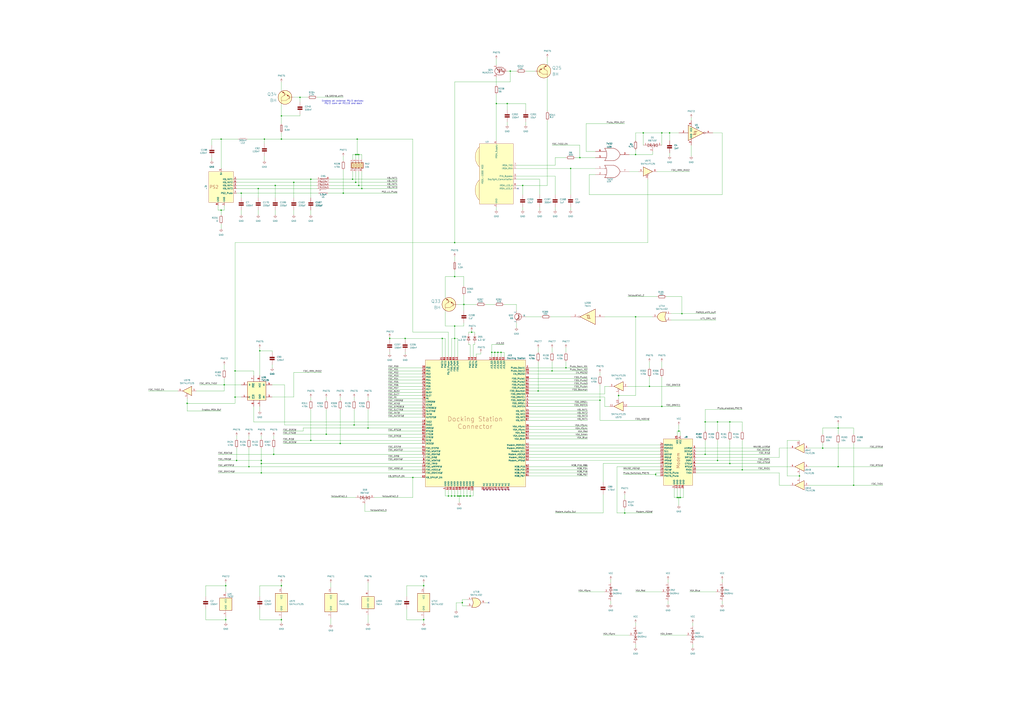
<source format=kicad_sch>
(kicad_sch (version 20250114) (generator "eeschema") (generator_version "9.0")
  (paper "A1")
  (title_block (title "PC110") (company "Recreated by: Ahmad Byagowi"))
  (text "Enables all external PS/2 devices; \nPS/2 conn on PC110 and dock" (at 281.94 84.074 0) (effects (font (size 1.27 1.27))))
  (junction (at 589.28 378.46))
  (junction (at 181.61 114.3))
  (junction (at 377.19 407.67))
  (junction (at 381 407.67))
  (junction (at 373.38 199.39))
  (junction (at 407.67 85.09))
  (junction (at 213.36 288.29))
  (junction (at 656.59 391.16))
  (junction (at 185.42 509.27))
  (junction (at 560.07 257.81))
  (junction (at 513.08 421.64))
  (junction (at 231.14 114.3))
  (junction (at 290.83 349.25))
  (junction (at 543.56 109.22))
  (junction (at 429.26 152.4))
  (junction (at 255.27 147.32))
  (junction (at 419.1 58.42))
  (junction (at 579.12 346.71))
  (junction (at 557.53 354.33))
  (junction (at 320.04 278.13))
  (junction (at 701.04 398.78))
  (junction (at 441.96 321.31))
  (junction (at 556.26 408.94))
  (junction (at 538.48 389.89))
  (junction (at 217.17 114.3))
  (junction (at 378.46 407.67))
  (junction (at 609.6 386.08))
  (junction (at 675.64 368.3))
  (junction (at 468.63 138.43))
  (junction (at 387.35 273.05))
  (junction (at 184.15 316.23))
  (junction (at 241.3 149.86))
  (junction (at 373.38 278.13))
  (junction (at 408.94 289.56))
  (junction (at 214.63 378.46))
  (junction (at 194.31 378.46))
  (junction (at 231.14 481.33))
  (junction (at 294.64 127))
  (junction (at 281.94 158.75))
  (junction (at 411.48 289.56))
  (junction (at 347.98 509.27))
  (junction (at 453.39 304.8))
  (junction (at 297.18 154.94))
  (junction (at 255.27 361.95))
  (junction (at 508 325.12))
  (junction (at 363.22 278.13))
  (junction (at 212.09 154.94))
  (junction (at 521.97 127))
  (junction (at 292.1 149.86))
  (junction (at 370.84 407.67))
  (junction (at 599.44 346.71))
  (junction (at 246.38 80.01))
  (junction (at 293.37 127))
  (junction (at 379.73 495.3))
  (junction (at 386.08 407.67))
  (junction (at 181.61 172.72))
  (junction (at 226.06 152.4))
  (junction (at 339.09 392.43))
  (junction (at 381 250.19))
  (junction (at 373.38 407.67))
  (junction (at 543.56 334.01))
  (junction (at 368.3 407.67))
  (junction (at 193.04 326.39))
  (junction (at 492.76 328.93))
  (junction (at 406.4 289.56))
  (junction (at 231.14 95.25))
  (junction (at 533.4 317.5))
  (junction (at 204.47 383.54))
  (junction (at 464.82 302.26))
  (junction (at 599.44 381))
  (junction (at 214.63 381))
  (junction (at 224.79 373.38))
  (junction (at 373.38 267.97))
  (junction (at 193.04 304.8))
  (junction (at 416.56 85.09))
  (junction (at 688.34 351.79))
  (junction (at 231.14 509.27))
  (junction (at 579.12 373.38))
  (junction (at 589.28 346.71))
  (junction (at 528.32 109.22))
  (junction (at 279.4 364.49))
  (junction (at 302.26 351.79))
  (junction (at 294.64 152.4))
  (junction (at 403.86 289.56))
  (junction (at 153.67 331.47))
  (junction (at 383.54 407.67))
  (junction (at 375.92 407.67))
  (junction (at 198.12 158.75))
  (junction (at 558.8 408.94))
  (junction (at 214.63 388.62))
  (junction (at 476.25 129.54))
  (junction (at 347.98 481.33))
  (junction (at 267.97 356.87))
  (junction (at 373.38 227.33))
  (junction (at 549.91 109.22))
  (junction (at 688.34 383.54))
  (junction (at 332.74 278.13))
  (junction (at 557.53 408.94))
  (junction (at 293.37 114.3))
  (junction (at 292.1 127))
  (junction (at 185.42 481.33))
  (junction (at 289.56 147.32))
  (junction (at 521.97 260.35))
  (no_connect (at 415.29 402.59))
  (no_connect (at 402.59 402.59))
  (no_connect (at 407.67 402.59))
  (no_connect (at 397.51 402.59))
  (no_connect (at 425.45 154.94))
  (no_connect (at 417.83 402.59))
  (no_connect (at 401.32 495.3))
  (no_connect (at 410.21 402.59))
  (no_connect (at 405.13 402.59))
  (no_connect (at 412.75 402.59))
  (no_connect (at 400.05 402.59))
  (wire (pts (xy 407.67 85.09) (xy 407.67 115.57)))
  (wire (pts (xy 516.89 127) (xy 521.97 127)))
  (wire (pts (xy 675.64 351.79) (xy 688.34 351.79)))
  (wire (pts (xy 318.77 320.04) (xy 346.71 320.04)))
  (wire (pts (xy 185.42 481.33) (xy 185.42 486.41)))
  (wire (pts (xy 538.48 389.89) (xy 538.48 391.16)))
  (wire (pts (xy 255.27 172.72) (xy 255.27 176.53)))
  (wire (pts (xy 179.07 383.54) (xy 204.47 383.54)))
  (wire (pts (xy 193.04 199.39) (xy 373.38 199.39)))
  (wire (pts (xy 294.64 127) (xy 297.18 127)))
  (wire (pts (xy 449.58 46.99) (xy 449.58 53.34)))
  (wire (pts (xy 334.01 481.33) (xy 347.98 481.33)))
  (wire (pts (xy 292.1 127) (xy 292.1 130.81)))
  (wire (pts (xy 434.34 304.8) (xy 453.39 304.8)))
  (wire (pts (xy 368.3 407.67) (xy 365.76 407.67)))
  (wire (pts (xy 194.31 378.46) (xy 214.63 378.46)))
  (wire (pts (xy 379.73 497.84) (xy 383.54 497.84)))
  (wire (pts (xy 543.56 309.88) (xy 543.56 334.01)))
  (wire (pts (xy 213.36 288.29) (xy 223.52 288.29)))
  (wire (pts (xy 434.34 342.9) (xy 482.6 342.9)))
  (wire (pts (xy 561.34 401.32) (xy 561.34 408.94)))
  (wire (pts (xy 521.97 260.35) (xy 535.94 260.35)))
  (wire (pts (xy 318.77 340.36) (xy 346.71 340.36)))
  (wire (pts (xy 294.64 152.4) (xy 326.39 152.4)))
  (wire (pts (xy 431.8 85.09) (xy 416.56 85.09)))
  (wire (pts (xy 375.92 407.67) (xy 373.38 407.67)))
  (wire (pts (xy 443.23 160.02) (xy 443.23 147.32)))
  (wire (pts (xy 179.07 388.62) (xy 214.63 388.62)))
  (wire (pts (xy 241.3 326.39) (xy 241.3 306.07)))
  (wire (pts (xy 424.18 265.43) (xy 424.18 269.24)))
  (wire (pts (xy 416.56 85.09) (xy 407.67 85.09)))
  (wire (pts (xy 455.93 129.54) (xy 455.93 135.89)))
  (wire (pts (xy 387.35 273.05) (xy 389.89 273.05)))
  (wire (pts (xy 496.57 334.01) (xy 500.38 334.01)))
  (wire (pts (xy 233.68 349.25) (xy 290.83 349.25)))
  (wire (pts (xy 223.52 289.56) (xy 223.52 288.29)))
  (wire (pts (xy 184.15 316.23) (xy 184.15 311.15)))
  (wire (pts (xy 318.77 359.41) (xy 346.71 359.41)))
  (wire (pts (xy 231.14 95.25) (xy 231.14 101.6)))
  (wire (pts (xy 212.09 172.72) (xy 212.09 176.53)))
  (wire (pts (xy 468.63 260.35) (xy 452.12 260.35)))
  (wire (pts (xy 318.77 342.9) (xy 346.71 342.9)))
  (wire (pts (xy 193.04 304.8) (xy 193.04 326.39)))
  (wire (pts (xy 318.77 317.5) (xy 346.71 317.5)))
  (wire (pts (xy 394.97 290.83) (xy 391.16 290.83)))
  (wire (pts (xy 589.28 378.46) (xy 632.46 378.46)))
  (wire (pts (xy 640.08 388.62) (xy 640.08 398.78)))
  (wire (pts (xy 398.78 495.3) (xy 401.32 495.3)))
  (wire (pts (xy 194.31 358.14) (xy 194.31 360.68)))
  (wire (pts (xy 571.5 373.38) (xy 579.12 373.38)))
  (wire (pts (xy 255.27 147.32) (xy 255.27 162.56)))
  (wire (pts (xy 441.96 285.75) (xy 441.96 289.56)))
  (wire (pts (xy 388.62 283.21) (xy 388.62 293.37)))
  (wire (pts (xy 232.41 364.49) (xy 279.4 364.49)))
  (wire (pts (xy 492.76 328.93) (xy 492.76 345.44)))
  (wire (pts (xy 347.98 481.33) (xy 347.98 482.6)))
  (wire (pts (xy 434.34 328.93) (xy 492.76 328.93)))
  (wire (pts (xy 589.28 346.71) (xy 589.28 354.33)))
  (wire (pts (xy 231.14 85.09) (xy 231.14 95.25)))
  (wire (pts (xy 384.81 274.32) (xy 384.81 273.05)))
  (wire (pts (xy 528.32 109.22) (xy 543.56 109.22)))
  (wire (pts (xy 208.28 346.71) (xy 346.71 346.71)))
  (wire (pts (xy 513.08 421.64) (xy 535.94 421.64)))
  (wire (pts (xy 248.92 351.79) (xy 302.26 351.79)))
  (wire (pts (xy 434.34 373.38) (xy 542.29 373.38)))
  (wire (pts (xy 664.21 383.54) (xy 688.34 383.54)))
  (wire (pts (xy 434.34 326.39) (xy 496.57 326.39)))
  (wire (pts (xy 214.63 378.46) (xy 214.63 381)))
  (wire (pts (xy 557.53 354.33) (xy 556.26 354.33)))
  (wire (pts (xy 231.14 508) (xy 231.14 509.27)))
  (wire (pts (xy 542.29 388.62) (xy 538.48 388.62)))
  (wire (pts (xy 416.56 58.42) (xy 419.1 58.42)))
  (wire (pts (xy 381 234.95) (xy 381 227.33)))
  (wire (pts (xy 464.82 285.75) (xy 464.82 289.56)))
  (wire (pts (xy 543.56 334.01) (xy 558.8 334.01)))
  (wire (pts (xy 213.36 285.75) (xy 213.36 288.29)))
  (wire (pts (xy 377.19 407.67) (xy 375.92 407.67)))
  (wire (pts (xy 293.37 127) (xy 292.1 127)))
  (wire (pts (xy 173.99 114.3) (xy 181.61 114.3)))
  (wire (pts (xy 521.97 109.22) (xy 528.32 109.22)))
  (wire (pts (xy 168.91 500.38) (xy 168.91 509.27)))
  (wire (pts (xy 434.34 386.08) (xy 482.6 386.08)))
  (wire (pts (xy 558.8 354.33) (xy 557.53 354.33)))
  (wire (pts (xy 279.4 326.39) (xy 279.4 328.93)))
  (wire (pts (xy 521.97 325.12) (xy 508 325.12)))
  (wire (pts (xy 179.07 168.91) (xy 179.07 172.72)))
  (wire (pts (xy 318.77 370.84) (xy 346.71 370.84)))
  (wire (pts (xy 688.34 383.54) (xy 725.17 383.54)))
  (wire (pts (xy 521.97 486.41) (xy 543.56 486.41)))
  (wire (pts (xy 444.5 260.35) (xy 431.8 260.35)))
  (wire (pts (xy 368.3 293.37) (xy 368.3 273.05)))
  (wire (pts (xy 406.4 289.56) (xy 403.86 289.56)))
  (wire (pts (xy 411.48 289.56) (xy 408.94 289.56)))
  (wire (pts (xy 434.34 337.82) (xy 482.6 337.82)))
  (wire (pts (xy 318.77 312.42) (xy 346.71 312.42)))
  (wire (pts (xy 688.34 347.98) (xy 688.34 351.79)))
  (wire (pts (xy 184.15 321.31) (xy 184.15 316.23)))
  (wire (pts (xy 419.1 58.42) (xy 419.1 67.31)))
  (wire (pts (xy 373.38 267.97) (xy 373.38 278.13)))
  (wire (pts (xy 528.32 119.38) (xy 528.32 109.22)))
  (wire (pts (xy 434.34 321.31) (xy 441.96 321.31)))
  (wire (pts (xy 267.97 336.55) (xy 267.97 356.87)))
  (wire (pts (xy 121.92 321.31) (xy 146.05 321.31)))
  (wire (pts (xy 241.3 306.07) (xy 264.16 306.07)))
  (wire (pts (xy 513.08 406.4) (xy 513.08 410.21)))
  (wire (pts (xy 434.34 331.47) (xy 482.6 331.47)))
  (wire (pts (xy 373.38 267.97) (xy 365.76 267.97)))
  (wire (pts (xy 231.14 509.27) (xy 231.14 511.81)))
  (wire (pts (xy 318.77 314.96) (xy 346.71 314.96)))
  (wire (pts (xy 571.5 375.92) (xy 640.08 375.92)))
  (wire (pts (xy 495.3 521.97) (xy 516.89 521.97)))
  (wire (pts (xy 377.19 407.67) (xy 377.19 412.75)))
  (wire (pts (xy 476.25 129.54) (xy 488.95 129.54)))
  (wire (pts (xy 279.4 336.55) (xy 279.4 364.49)))
  (wire (pts (xy 224.79 368.3) (xy 224.79 373.38)))
  (wire (pts (xy 318.77 322.58) (xy 346.71 322.58)))
  (wire (pts (xy 198.12 172.72) (xy 198.12 176.53)))
  (wire (pts (xy 347.98 478.79) (xy 347.98 481.33)))
  (wire (pts (xy 281.94 128.27) (xy 281.94 132.08)))
  (wire (pts (xy 408.94 289.56) (xy 408.94 293.37)))
  (wire (pts (xy 290.83 326.39) (xy 290.83 328.93)))
  (wire (pts (xy 231.14 67.31) (xy 231.14 74.93)))
  (wire (pts (xy 549.91 115.57) (xy 549.91 109.22)))
  (wire (pts (xy 224.79 358.14) (xy 224.79 360.68)))
  (wire (pts (xy 386.08 283.21) (xy 386.08 293.37)))
  (wire (pts (xy 208.28 346.71) (xy 208.28 334.01)))
  (wire (pts (xy 334.01 509.27) (xy 347.98 509.27)))
  (wire (pts (xy 318.77 337.82) (xy 346.71 337.82)))
  (wire (pts (xy 571.5 388.62) (xy 640.08 388.62)))
  (wire (pts (xy 214.63 381) (xy 214.63 388.62)))
  (wire (pts (xy 373.38 278.13) (xy 370.84 278.13)))
  (wire (pts (xy 434.34 383.54) (xy 482.6 383.54)))
  (wire (pts (xy 407.67 63.5) (xy 407.67 69.85)))
  (wire (pts (xy 675.64 351.79) (xy 675.64 356.87)))
  (wire (pts (xy 193.04 326.39) (xy 198.12 326.39)))
  (wire (pts (xy 556.26 408.94) (xy 553.72 408.94)))
  (wire (pts (xy 548.64 494.03) (xy 548.64 496.57)))
  (wire (pts (xy 701.04 351.79) (xy 701.04 356.87)))
  (wire (pts (xy 153.67 327.66) (xy 153.67 331.47)))
  (wire (pts (xy 539.75 140.97) (xy 566.42 140.97)))
  (wire (pts (xy 532.13 147.32) (xy 532.13 199.39)))
  (wire (pts (xy 567.69 96.52) (xy 567.69 99.06)))
  (wire (pts (xy 292.1 127) (xy 289.56 127)))
  (wire (pts (xy 434.34 345.44) (xy 482.6 345.44)))
  (wire (pts (xy 299.72 414.02) (xy 299.72 420.37)))
  (wire (pts (xy 551.18 262.89) (xy 588.01 262.89)))
  (wire (pts (xy 571.5 386.08) (xy 609.6 386.08)))
  (wire (pts (xy 318.77 375.92) (xy 346.71 375.92)))
  (wire (pts (xy 543.56 109.22) (xy 543.56 119.38)))
  (wire (pts (xy 551.18 257.81) (xy 560.07 257.81)))
  (wire (pts (xy 571.5 378.46) (xy 589.28 378.46)))
  (wire (pts (xy 464.82 302.26) (xy 482.6 302.26)))
  (wire (pts (xy 406.4 250.19) (xy 398.78 250.19)))
  (wire (pts (xy 318.77 378.46) (xy 346.71 378.46)))
  (wire (pts (xy 294.64 140.97) (xy 294.64 152.4)))
  (wire (pts (xy 508 323.85) (xy 508 325.12)))
  (wire (pts (xy 568.96 529.59) (xy 568.96 532.13)))
  (wire (pts (xy 270.51 147.32) (xy 289.56 147.32)))
  (wire (pts (xy 233.68 349.25) (xy 233.68 316.23)))
  (wire (pts (xy 474.98 486.41) (xy 496.57 486.41)))
  (wire (pts (xy 269.24 158.75) (xy 281.94 158.75)))
  (wire (pts (xy 320.04 289.56) (xy 320.04 290.83)))
  (wire (pts (xy 231.14 114.3) (xy 293.37 114.3)))
  (wire (pts (xy 194.31 149.86) (xy 241.3 149.86)))
  (wire (pts (xy 424.18 138.43) (xy 468.63 138.43)))
  (wire (pts (xy 434.34 318.77) (xy 482.6 318.77)))
  (wire (pts (xy 213.36 334.01) (xy 213.36 337.82)))
  (wire (pts (xy 571.5 370.84) (xy 632.46 370.84)))
  (wire (pts (xy 579.12 336.55) (xy 609.6 336.55)))
  (wire (pts (xy 368.3 402.59) (xy 368.3 407.67)))
  (wire (pts (xy 193.04 304.8) (xy 193.04 199.39)))
  (wire (pts (xy 443.23 170.18) (xy 443.23 172.72)))
  (wire (pts (xy 407.67 77.47) (xy 407.67 85.09)))
  (wire (pts (xy 664.21 398.78) (xy 701.04 398.78)))
  (wire (pts (xy 431.8 100.33) (xy 431.8 102.87)))
  (wire (pts (xy 179.07 172.72) (xy 181.61 172.72)))
  (wire (pts (xy 365.76 407.67) (xy 365.76 402.59)))
  (wire (pts (xy 386.08 407.67) (xy 383.54 407.67)))
  (wire (pts (xy 496.57 260.35) (xy 521.97 260.35)))
  (wire (pts (xy 557.53 408.94) (xy 556.26 408.94)))
  (wire (pts (xy 434.34 323.85) (xy 496.57 323.85)))
  (wire (pts (xy 455.93 170.18) (xy 455.93 172.72)))
  (wire (pts (xy 255.27 147.32) (xy 260.35 147.32)))
  (wire (pts (xy 443.23 147.32) (xy 424.18 147.32)))
  (wire (pts (xy 571.5 381) (xy 599.44 381)))
  (wire (pts (xy 593.09 476.25) (xy 593.09 478.79)))
  (wire (pts (xy 434.34 311.15) (xy 482.6 311.15)))
  (wire (pts (xy 194.31 152.4) (xy 226.06 152.4)))
  (wire (pts (xy 270.51 152.4) (xy 294.64 152.4)))
  (wire (pts (xy 179.07 378.46) (xy 194.31 378.46)))
  (wire (pts (xy 549.91 109.22) (xy 543.56 109.22)))
  (wire (pts (xy 289.56 140.97) (xy 289.56 147.32)))
  (wire (pts (xy 599.44 381) (xy 632.46 381)))
  (wire (pts (xy 701.04 351.79) (xy 688.34 351.79)))
  (wire (pts (xy 434.34 370.84) (xy 542.29 370.84)))
  (wire (pts (xy 373.38 402.59) (xy 373.38 407.67)))
  (wire (pts (xy 383.54 407.67) (xy 381 407.67)))
  (wire (pts (xy 538.48 388.62) (xy 538.48 389.89)))
  (wire (pts (xy 391.16 250.19) (xy 381 250.19)))
  (wire (pts (xy 375.92 402.59) (xy 375.92 407.67)))
  (wire (pts (xy 373.38 67.31) (xy 373.38 199.39)))
  (wire (pts (xy 656.59 391.16) (xy 656.59 389.89)))
  (wire (pts (xy 424.18 152.4) (xy 429.26 152.4)))
  (wire (pts (xy 434.34 391.16) (xy 482.6 391.16)))
  (wire (pts (xy 506.73 421.64) (xy 513.08 421.64)))
  (wire (pts (xy 391.16 290.83) (xy 391.16 293.37)))
  (wire (pts (xy 168.91 481.33) (xy 185.42 481.33)))
  (wire (pts (xy 434.34 355.6) (xy 482.6 355.6)))
  (wire (pts (xy 214.63 388.62) (xy 346.71 388.62)))
  (wire (pts (xy 483.87 160.02) (xy 483.87 143.51)))
  (wire (pts (xy 299.72 420.37) (xy 317.5 420.37)))
  (wire (pts (xy 449.58 99.06) (xy 449.58 152.4)))
  (wire (pts (xy 434.34 375.92) (xy 542.29 375.92)))
  (wire (pts (xy 281.94 158.75) (xy 281.94 139.7)))
  (wire (pts (xy 375.92 278.13) (xy 373.38 278.13)))
  (wire (pts (xy 223.52 299.72) (xy 223.52 302.26)))
  (wire (pts (xy 566.42 486.41) (xy 588.01 486.41)))
  (wire (pts (xy 271.78 478.79) (xy 271.78 482.6)))
  (wire (pts (xy 453.39 285.75) (xy 453.39 289.56)))
  (wire (pts (xy 407.67 170.18) (xy 407.67 172.72)))
  (wire (pts (xy 279.4 364.49) (xy 346.71 364.49)))
  (wire (pts (xy 332.74 278.13) (xy 332.74 279.4)))
  (wire (pts (xy 381 407.67) (xy 378.46 407.67)))
  (wire (pts (xy 455.93 129.54) (xy 464.82 129.54)))
  (wire (pts (xy 468.63 170.18) (xy 468.63 172.72)))
  (wire (pts (xy 365.76 227.33) (xy 365.76 245.11)))
  (wire (pts (xy 255.27 326.39) (xy 255.27 328.93)))
  (wire (pts (xy 213.36 490.22) (xy 213.36 481.33)))
  (wire (pts (xy 332.74 278.13) (xy 363.22 278.13)))
  (wire (pts (xy 424.18 154.94) (xy 425.45 154.94)))
  (wire (pts (xy 347.98 509.27) (xy 347.98 511.81)))
  (wire (pts (xy 255.27 336.55) (xy 255.27 361.95)))
  (wire (pts (xy 453.39 297.18) (xy 453.39 304.8)))
  (wire (pts (xy 334.01 490.22) (xy 334.01 481.33)))
  (wire (pts (xy 224.79 373.38) (xy 346.71 373.38)))
  (wire (pts (xy 516.89 140.97) (xy 524.51 140.97)))
  (wire (pts (xy 609.6 346.71) (xy 609.6 354.33)))
  (wire (pts (xy 185.42 509.27) (xy 185.42 511.81)))
  (wire (pts (xy 231.14 478.79) (xy 231.14 481.33)))
  (wire (pts (xy 373.38 210.82) (xy 373.38 214.63)))
  (wire (pts (xy 429.26 170.18) (xy 429.26 172.72)))
  (wire (pts (xy 538.48 389.89) (xy 511.81 389.89)))
  (wire (pts (xy 472.44 129.54) (xy 476.25 129.54)))
  (wire (pts (xy 579.12 373.38) (xy 632.46 373.38)))
  (wire (pts (xy 560.07 257.81) (xy 588.01 257.81)))
  (wire (pts (xy 431.8 90.17) (xy 431.8 85.09)))
  (wire (pts (xy 495.3 381) (xy 495.3 396.24)))
  (wire (pts (xy 214.63 358.14) (xy 214.63 360.68)))
  (wire (pts (xy 701.04 364.49) (xy 701.04 398.78)))
  (wire (pts (xy 495.3 381) (xy 542.29 381)))
  (wire (pts (xy 434.34 353.06) (xy 482.6 353.06)))
  (wire (pts (xy 434.34 350.52) (xy 482.6 350.52)))
  (wire (pts (xy 185.42 478.79) (xy 185.42 481.33)))
  (wire (pts (xy 194.31 147.32) (xy 255.27 147.32)))
  (wire (pts (xy 492.76 345.44) (xy 533.4 345.44)))
  (wire (pts (xy 208.28 308.61) (xy 208.28 304.8)))
  (wire (pts (xy 579.12 346.71) (xy 579.12 336.55)))
  (wire (pts (xy 558.8 408.94) (xy 557.53 408.94)))
  (wire (pts (xy 246.38 80.01) (xy 246.38 83.82)))
  (wire (pts (xy 553.72 408.94) (xy 553.72 401.32)))
  (wire (pts (xy 441.96 297.18) (xy 441.96 321.31)))
  (wire (pts (xy 387.35 271.78) (xy 387.35 273.05)))
  (wire (pts (xy 318.77 368.3) (xy 346.71 368.3)))
  (wire (pts (xy 455.93 135.89) (xy 424.18 135.89)))
  (wire (pts (xy 302.26 326.39) (xy 302.26 328.93)))
  (wire (pts (xy 593.09 160.02) (xy 483.87 160.02)))
  (wire (pts (xy 381 250.19) (xy 381 255.27)))
  (wire (pts (xy 434.34 334.01) (xy 482.6 334.01)))
  (wire (pts (xy 434.34 378.46) (xy 542.29 378.46)))
  (wire (pts (xy 424.18 255.27) (xy 424.18 250.19)))
  (wire (pts (xy 593.09 494.03) (xy 593.09 496.57)))
  (wire (pts (xy 571.5 383.54) (xy 648.97 383.54)))
  (wire (pts (xy 481.33 101.6) (xy 513.08 101.6)))
  (wire (pts (xy 365.76 278.13) (xy 363.22 278.13)))
  (wire (pts (xy 365.76 293.37) (xy 365.76 278.13)))
  (wire (pts (xy 204.47 358.14) (xy 204.47 360.68)))
  (wire (pts (xy 289.56 147.32) (xy 326.39 147.32)))
  (wire (pts (xy 556.26 401.32) (xy 556.26 408.94)))
  (wire (pts (xy 381 267.97) (xy 381 265.43)))
  (wire (pts (xy 476.25 129.54) (xy 476.25 119.38)))
  (wire (pts (xy 231.14 481.33) (xy 231.14 482.6)))
  (wire (pts (xy 302.26 478.79) (xy 302.26 485.14)))
  (wire (pts (xy 455.93 144.78) (xy 455.93 160.02)))
  (wire (pts (xy 488.95 124.46) (xy 481.33 124.46)))
  (wire (pts (xy 455.93 421.64) (xy 495.3 421.64)))
  (wire (pts (xy 434.34 365.76) (xy 542.29 365.76)))
  (wire (pts (xy 318.77 332.74) (xy 346.71 332.74)))
  (wire (pts (xy 429.26 152.4) (xy 429.26 160.02)))
  (wire (pts (xy 434.34 368.3) (xy 542.29 368.3)))
  (wire (pts (xy 646.43 361.95) (xy 656.59 361.95)))
  (wire (pts (xy 675.64 368.3) (xy 725.17 368.3)))
  (wire (pts (xy 688.34 351.79) (xy 688.34 356.87)))
  (wire (pts (xy 204.47 368.3) (xy 204.47 383.54)))
  (wire (pts (xy 297.18 127) (xy 297.18 130.81)))
  (wire (pts (xy 198.12 158.75) (xy 198.12 162.56)))
  (wire (pts (xy 246.38 93.98) (xy 246.38 95.25)))
  (wire (pts (xy 434.34 302.26) (xy 464.82 302.26)))
  (wire (pts (xy 318.77 307.34) (xy 346.71 307.34)))
  (wire (pts (xy 419.1 67.31) (xy 373.38 67.31)))
  (wire (pts (xy 381 402.59) (xy 381 407.67)))
  (wire (pts (xy 411.48 289.56) (xy 411.48 293.37)))
  (wire (pts (xy 496.57 317.5) (xy 500.38 317.5)))
  (wire (pts (xy 302.26 505.46) (xy 302.26 511.81)))
  (wire (pts (xy 373.38 222.25) (xy 373.38 227.33)))
  (wire (pts (xy 281.94 158.75) (xy 326.39 158.75)))
  (wire (pts (xy 495.3 406.4) (xy 495.3 421.64)))
  (wire (pts (xy 414.02 289.56) (xy 411.48 289.56)))
  (wire (pts (xy 388.62 407.67) (xy 386.08 407.67)))
  (wire (pts (xy 481.33 124.46) (xy 481.33 101.6)))
  (wire (pts (xy 511.81 386.08) (xy 542.29 386.08)))
  (wire (pts (xy 217.17 118.11) (xy 217.17 114.3)))
  (wire (pts (xy 688.34 364.49) (xy 688.34 383.54)))
  (wire (pts (xy 568.96 511.81) (xy 568.96 514.35)))
  (wire (pts (xy 388.62 402.59) (xy 388.62 407.67)))
  (wire (pts (xy 589.28 346.71) (xy 599.44 346.71)))
  (wire (pts (xy 370.84 402.59) (xy 370.84 407.67)))
  (wire (pts (xy 168.91 509.27) (xy 185.42 509.27)))
  (wire (pts (xy 246.38 95.25) (xy 231.14 95.25)))
  (wire (pts (xy 548.64 476.25) (xy 548.64 478.79)))
  (wire (pts (xy 656.59 391.16) (xy 646.43 391.16)))
  (wire (pts (xy 260.35 80.01) (xy 281.94 80.01)))
  (wire (pts (xy 297.18 140.97) (xy 297.18 154.94)))
  (wire (pts (xy 431.8 58.42) (xy 439.42 58.42)))
  (wire (pts (xy 501.65 494.03) (xy 501.65 496.57)))
  (wire (pts (xy 334.01 500.38) (xy 334.01 509.27)))
  (wire (pts (xy 318.77 309.88) (xy 346.71 309.88)))
  (wire (pts (xy 318.77 325.12) (xy 346.71 325.12)))
  (wire (pts (xy 318.77 335.28) (xy 346.71 335.28)))
  (wire (pts (xy 416.56 100.33) (xy 416.56 102.87)))
  (wire (pts (xy 318.77 304.8) (xy 346.71 304.8)))
  (wire (pts (xy 483.87 143.51) (xy 488.95 143.51)))
  (wire (pts (xy 383.54 402.59) (xy 383.54 407.67)))
  (wire (pts (xy 378.46 407.67) (xy 377.19 407.67)))
  (wire (pts (xy 424.18 250.19) (xy 414.02 250.19)))
  (wire (pts (xy 549.91 109.22) (xy 557.53 109.22)))
  (wire (pts (xy 408.94 289.56) (xy 406.4 289.56)))
  (wire (pts (xy 267.97 356.87) (xy 346.71 356.87)))
  (wire (pts (xy 370.84 407.67) (xy 368.3 407.67)))
  (wire (pts (xy 373.38 278.13) (xy 373.38 293.37)))
  (wire (pts (xy 181.61 172.72) (xy 181.61 176.53)))
  (wire (pts (xy 289.56 130.81) (xy 289.56 127)))
  (wire (pts (xy 434.34 307.34) (xy 482.6 307.34)))
  (wire (pts (xy 434.34 360.68) (xy 482.6 360.68)))
  (wire (pts (xy 599.44 346.71) (xy 609.6 346.71)))
  (wire (pts (xy 515.62 334.01) (xy 543.56 334.01)))
  (wire (pts (xy 434.34 313.69) (xy 482.6 313.69)))
  (wire (pts (xy 332.74 289.56) (xy 332.74 290.83)))
  (wire (pts (xy 347.98 508) (xy 347.98 509.27)))
  (wire (pts (xy 424.18 144.78) (xy 455.93 144.78)))
  (wire (pts (xy 320.04 276.86) (xy 320.04 278.13)))
  (wire (pts (xy 290.83 349.25) (xy 346.71 349.25)))
  (wire (pts (xy 389.89 283.21) (xy 388.62 283.21)))
  (wire (pts (xy 370.84 278.13) (xy 370.84 293.37)))
  (wire (pts (xy 379.73 495.3) (xy 379.73 497.84)))
  (wire (pts (xy 593.09 109.22) (xy 593.09 160.02)))
  (wire (pts (xy 246.38 80.01) (xy 252.73 80.01)))
  (wire (pts (xy 561.34 408.94) (xy 558.8 408.94)))
  (wire (pts (xy 294.64 127) (xy 293.37 127)))
  (wire (pts (xy 208.28 304.8) (xy 193.04 304.8)))
  (wire (pts (xy 307.34 408.94) (xy 339.09 408.94)))
  (wire (pts (xy 381 242.57) (xy 381 250.19)))
  (wire (pts (xy 241.3 80.01) (xy 246.38 80.01)))
  (wire (pts (xy 214.63 381) (xy 346.71 381)))
  (wire (pts (xy 181.61 114.3) (xy 181.61 138.43)))
  (wire (pts (xy 193.04 331.47) (xy 193.04 326.39)))
  (wire (pts (xy 609.6 386.08) (xy 632.46 386.08)))
  (wire (pts (xy 557.53 349.25) (xy 557.53 354.33)))
  (wire (pts (xy 320.04 278.13) (xy 332.74 278.13)))
  (wire (pts (xy 318.77 302.26) (xy 346.71 302.26)))
  (wire (pts (xy 449.58 63.5) (xy 449.58 91.44)))
  (wire (pts (xy 640.08 368.3) (xy 648.97 368.3)))
  (wire (pts (xy 406.4 289.56) (xy 406.4 293.37)))
  (wire (pts (xy 521.97 115.57) (xy 521.97 109.22)))
  (wire (pts (xy 320.04 278.13) (xy 320.04 279.4)))
  (wire (pts (xy 318.77 330.2) (xy 346.71 330.2)))
  (wire (pts (xy 181.61 172.72) (xy 184.15 172.72)))
  (wire (pts (xy 241.3 149.86) (xy 260.35 149.86)))
  (wire (pts (xy 241.3 172.72) (xy 241.3 176.53)))
  (wire (pts (xy 468.63 138.43) (xy 488.95 138.43)))
  (wire (pts (xy 226.06 152.4) (xy 260.35 152.4)))
  (wire (pts (xy 521.97 529.59) (xy 521.97 532.13)))
  (wire (pts (xy 213.36 509.27) (xy 231.14 509.27)))
  (wire (pts (xy 302.26 351.79) (xy 346.71 351.79)))
  (wire (pts (xy 675.64 368.3) (xy 675.64 364.49)))
  (wire (pts (xy 547.37 243.84) (xy 560.07 243.84)))
  (wire (pts (xy 194.31 158.75) (xy 198.12 158.75)))
  (wire (pts (xy 389.89 281.94) (xy 389.89 283.21)))
  (wire (pts (xy 231.14 109.22) (xy 231.14 114.3)))
  (wire (pts (xy 217.17 128.27) (xy 217.17 132.08)))
  (wire (pts (xy 163.83 316.23) (xy 184.15 316.23)))
  (wire (pts (xy 656.59 392.43) (xy 656.59 391.16)))
  (wire (pts (xy 214.63 368.3) (xy 214.63 378.46)))
  (wire (pts (xy 640.08 398.78) (xy 648.97 398.78)))
  (wire (pts (xy 198.12 158.75) (xy 261.62 158.75)))
  (wire (pts (xy 496.57 323.85) (xy 496.57 317.5)))
  (wire (pts (xy 515.62 317.5) (xy 533.4 317.5)))
  (wire (pts (xy 223.52 326.39) (xy 241.3 326.39)))
  (wire (pts (xy 449.58 152.4) (xy 429.26 152.4)))
  (wire (pts (xy 213.36 500.38) (xy 213.36 509.27)))
  (wire (pts (xy 339.09 114.3) (xy 293.37 114.3)))
  (wire (pts (xy 567.69 119.38) (xy 567.69 128.27)))
  (wire (pts (xy 434.34 340.36) (xy 482.6 340.36)))
  (wire (pts (xy 558.8 358.14) (xy 558.8 354.33)))
  (wire (pts (xy 232.41 356.87) (xy 267.97 356.87)))
  (wire (pts (xy 464.82 302.26) (xy 464.82 297.18)))
  (wire (pts (xy 403.86 283.21) (xy 403.86 289.56)))
  (wire (pts (xy 407.67 48.26) (xy 407.67 53.34)))
  (wire (pts (xy 161.29 321.31) (xy 184.15 321.31)))
  (wire (pts (xy 181.61 184.15) (xy 181.61 187.96)))
  (wire (pts (xy 339.09 392.43) (xy 346.71 392.43)))
  (wire (pts (xy 521.97 127) (xy 535.94 127)))
  (wire (pts (xy 419.1 58.42) (xy 424.18 58.42)))
  (wire (pts (xy 579.12 346.71) (xy 589.28 346.71)))
  (wire (pts (xy 599.44 346.71) (xy 599.44 354.33)))
  (wire (pts (xy 195.58 114.3) (xy 181.61 114.3)))
  (wire (pts (xy 290.83 336.55) (xy 290.83 349.25)))
  (wire (pts (xy 184.15 299.72) (xy 184.15 303.53)))
  (wire (pts (xy 646.43 391.16) (xy 646.43 361.95)))
  (wire (pts (xy 579.12 354.33) (xy 579.12 346.71)))
  (wire (pts (xy 212.09 154.94) (xy 260.35 154.94)))
  (wire (pts (xy 599.44 361.95) (xy 599.44 381)))
  (wire (pts (xy 339.09 392.43) (xy 339.09 408.94)))
  (wire (pts (xy 226.06 172.72) (xy 226.06 176.53)))
  (wire (pts (xy 394.97 289.56) (xy 394.97 290.83)))
  (wire (pts (xy 217.17 114.3) (xy 231.14 114.3)))
  (wire (pts (xy 384.81 283.21) (xy 386.08 283.21)))
  (wire (pts (xy 365.76 255.27) (xy 365.76 267.97)))
  (wire (pts (xy 609.6 361.95) (xy 609.6 386.08)))
  (wire (pts (xy 640.08 368.3) (xy 640.08 375.92)))
  (wire (pts (xy 318.77 392.43) (xy 339.09 392.43)))
  (wire (pts (xy 184.15 172.72) (xy 184.15 168.91)))
  (wire (pts (xy 241.3 149.86) (xy 241.3 162.56)))
  (wire (pts (xy 375.92 250.19) (xy 381 250.19)))
  (wire (pts (xy 585.47 109.22) (xy 593.09 109.22)))
  (wire (pts (xy 224.79 373.38) (xy 179.07 373.38)))
  (wire (pts (xy 535.94 127) (xy 535.94 124.46)))
  (wire (pts (xy 701.04 398.78) (xy 725.17 398.78)))
  (wire (pts (xy 441.96 321.31) (xy 482.6 321.31)))
  (wire (pts (xy 416.56 85.09) (xy 416.56 90.17)))
  (wire (pts (xy 513.08 417.83) (xy 513.08 421.64)))
  (wire (pts (xy 248.92 354.33) (xy 248.92 351.79)))
  (wire (pts (xy 492.76 316.23) (xy 492.76 328.93)))
  (wire (pts (xy 185.42 506.73) (xy 185.42 509.27)))
  (wire (pts (xy 270.51 149.86) (xy 292.1 149.86)))
  (wire (pts (xy 560.07 243.84) (xy 560.07 257.81)))
  (wire (pts (xy 318.77 386.08) (xy 346.71 386.08)))
  (wire (pts (xy 255.27 361.95) (xy 346.71 361.95)))
  (wire (pts (xy 294.64 127) (xy 294.64 130.81)))
  (wire (pts (xy 383.54 492.76) (xy 379.73 492.76)))
  (wire (pts (xy 579.12 361.95) (xy 579.12 373.38)))
  (wire (pts (xy 558.8 401.32) (xy 558.8 408.94)))
  (wire (pts (xy 173.99 119.38) (xy 173.99 114.3)))
  (wire (pts (xy 381 227.33) (xy 373.38 227.33)))
  (wire (pts (xy 384.81 281.94) (xy 384.81 283.21)))
  (wire (pts (xy 204.47 383.54) (xy 346.71 383.54)))
  (wire (pts (xy 168.91 490.22) (xy 168.91 481.33)))
  (wire (pts (xy 543.56 297.18) (xy 543.56 302.26)))
  (wire (pts (xy 153.67 331.47) (xy 153.67 337.82)))
  (wire (pts (xy 213.36 288.29) (xy 213.36 308.61)))
  (wire (pts (xy 501.65 476.25) (xy 501.65 478.79)))
  (wire (pts (xy 373.38 199.39) (xy 532.13 199.39)))
  (wire (pts (xy 374.65 501.65) (xy 374.65 495.3)))
  (wire (pts (xy 375.92 278.13) (xy 375.92 293.37)))
  (wire (pts (xy 403.86 289.56) (xy 403.86 293.37)))
  (wire (pts (xy 293.37 114.3) (xy 293.37 127)))
  (wire (pts (xy 414.02 293.37) (xy 414.02 289.56)))
  (wire (pts (xy 302.26 336.55) (xy 302.26 351.79)))
  (wire (pts (xy 194.31 368.3) (xy 194.31 378.46)))
  (wire (pts (xy 173.99 129.54) (xy 173.99 132.08)))
  (wire (pts (xy 496.57 326.39) (xy 496.57 334.01)))
  (wire (pts (xy 267.97 326.39) (xy 267.97 328.93)))
  (wire (pts (xy 232.41 354.33) (xy 248.92 354.33)))
  (wire (pts (xy 368.3 273.05) (xy 339.09 273.05)))
  (wire (pts (xy 664.21 368.3) (xy 675.64 368.3)))
  (wire (pts (xy 521.97 511.81) (xy 521.97 514.35)))
  (wire (pts (xy 233.68 316.23) (xy 223.52 316.23)))
  (wire (pts (xy 363.22 278.13) (xy 363.22 293.37)))
  (wire (pts (xy 434.34 388.62) (xy 482.6 388.62)))
  (wire (pts (xy 533.4 317.5) (xy 533.4 309.88)))
  (wire (pts (xy 508 325.12) (xy 508 327.66)))
  (wire (pts (xy 379.73 492.76) (xy 379.73 495.3)))
  (wire (pts (xy 153.67 337.82) (xy 181.61 337.82)))
  (wire (pts (xy 318.77 327.66) (xy 346.71 327.66)))
  (wire (pts (xy 292.1 149.86) (xy 326.39 149.86)))
  (wire (pts (xy 213.36 481.33) (xy 231.14 481.33)))
  (wire (pts (xy 297.18 154.94) (xy 326.39 154.94)))
  (wire (pts (xy 468.63 138.43) (xy 468.63 160.02)))
  (wire (pts (xy 270.51 154.94) (xy 297.18 154.94)))
  (wire (pts (xy 271.78 508) (xy 271.78 513.08)))
  (wire (pts (xy 542.29 391.16) (xy 538.48 391.16)))
  (wire (pts (xy 434.34 358.14) (xy 482.6 358.14)))
  (wire (pts (xy 292.1 140.97) (xy 292.1 149.86)))
  (wire (pts (xy 521.97 123.19) (xy 521.97 127)))
  (wire (pts (xy 542.29 521.97) (xy 563.88 521.97)))
  (wire (pts (xy 542.29 383.54) (xy 506.73 383.54)))
  (wire (pts (xy 571.5 368.3) (xy 632.46 368.3)))
  (wire (pts (xy 255.27 361.95) (xy 232.41 361.95)))
  (wire (pts (xy 373.38 227.33) (xy 365.76 227.33)))
  (wire (pts (xy 414.02 283.21) (xy 403.86 283.21)))
  (wire (pts (xy 453.39 119.38) (xy 476.25 119.38)))
  (wire (pts (xy 386.08 402.59) (xy 386.08 407.67)))
  (wire (pts (xy 434.34 316.23) (xy 482.6 316.23)))
  (wire (pts (xy 198.12 316.23) (xy 184.15 316.23)))
  (wire (pts (xy 373.38 407.67) (xy 370.84 407.67)))
  (wire (pts (xy 378.46 402.59) (xy 378.46 407.67)))
  (wire (pts (xy 515.62 243.84) (xy 539.75 243.84)))
  (wire (pts (xy 492.76 306.07) (xy 492.76 308.61)))
  (wire (pts (xy 318.77 354.33) (xy 346.71 354.33)))
  (wire (pts (xy 549.91 125.73) (xy 549.91 128.27)))
  (wire (pts (xy 381 267.97) (xy 373.38 267.97)))
  (wire (pts (xy 194.31 154.94) (xy 212.09 154.94)))
  (wire (pts (xy 453.39 304.8) (xy 482.6 304.8)))
  (wire (pts (xy 389.89 273.05) (xy 389.89 274.32)))
  (wire (pts (xy 339.09 273.05) (xy 339.09 114.3)))
  (wire (pts (xy 589.28 361.95) (xy 589.28 378.46)))
  (wire (pts (xy 384.81 273.05) (xy 387.35 273.05)))
  (wire (pts (xy 212.09 154.94) (xy 212.09 162.56)))
  (wire (pts (xy 203.2 114.3) (xy 217.17 114.3)))
  (wire (pts (xy 506.73 383.54) (xy 506.73 421.64)))
  (wire (pts (xy 521.97 260.35) (xy 521.97 325.12)))
  (wire (pts (xy 557.53 408.94) (xy 557.53 415.29)))
  (wire (pts (xy 226.06 152.4) (xy 226.06 162.56)))
  (wire (pts (xy 271.78 408.94) (xy 292.1 408.94)))
  (wire (pts (xy 153.67 331.47) (xy 193.04 331.47)))
  (wire (pts (xy 556.26 354.33) (xy 556.26 358.14)))
  (wire (pts (xy 533.4 297.18) (xy 533.4 302.26)))
  (wire (pts (xy 374.65 495.3) (xy 379.73 495.3)))
  (wire (pts (xy 533.4 317.5) (xy 558.8 317.5)))
  (label "FDC_DSKCHG#" (at 179.07 388.62 0))
  (label "YellowWire1_2" (at 515.62 243.84 0))
  (label "U71_OR1_IN2" (at 588.01 262.89 180))
  (label "M38_P34" (at 482.6 386.08 180))
  (label "YellowWire2_1" (at 271.78 408.94 0))
  (label "VGA_HSync" (at 474.98 486.41 0))
  (label "FDC_CTS1#" (at 632.46 381 180))
  (label "FDC_RXD1" (at 632.46 386.08 180))
  (label "KB_INIT4" (at 482.6 345.44 180))
  (label "Modem_VSDA#" (at 535.94 421.64 180))
  (label "VGA_Green" (at 482.6 358.14 180))
  (label "FDD_Pluto3" (at 482.6 316.23 180))
  (label "FDD_Bowman" (at 482.6 321.31 180))
  (label "MN195_U1RD#" (at 632.46 368.3 180))
  (label "KB_INIT3" (at 326.39 154.94 180))
  (label "VGA_HSync" (at 482.6 350.52 180))
  (label "FDC_PD7" (at 318.77 320.04 0))
  (label "KB_INIT4" (at 326.39 152.4 180))
  (label "FDC_PD2" (at 318.77 307.34 0))
  (label "FDC_DTR1#" (at 725.17 368.3 180))
  (label "FDC_RI2#" (at 232.41 361.95 0))
  (label "FDC_HDSEL#" (at 318.77 386.08 0))
  (label "M38_P67" (at 482.6 391.16 180))
  (label "Pluto_enabled_PNET5" (at 609.6 336.55 180))
  (label "VGA_VSync" (at 495.3 521.97 0))
  (label "FDC_DIR#" (at 318.77 375.92 0))
  (label "KB_SPKUP_DN" (at 318.77 392.43 0))
  (label "KB_INIT1" (at 326.39 147.32 180))
  (label "PWRGD_shift_buff" (at 588.01 257.81 180))
  (label "FDC_SLCTIN#" (at 318.77 337.82 0))
  (label "KB_INIT2" (at 326.39 149.86 180))
  (label "FDC_DSR1" (at 632.46 378.46 180))
  (label "FDC_SLCT" (at 318.77 325.12 0))
  (label "KB_INIT3" (at 482.6 342.9 180))
  (label "FDC_RDATA#" (at 179.07 373.38 0))
  (label "FDC_IRTX_TXD2" (at 163.83 316.23 0))
  (label "FDC_DSR2#" (at 232.41 354.33 0))
  (label "Pluto_Dock_IO2" (at 482.6 304.8 180))
  (label "FDC_TRK0#" (at 179.07 378.46 0))
  (label "FDC_PD4" (at 318.77 312.42 0))
  (label "Pluto_Switched_PNET5" (at 511.81 389.89 0))
  (label "FDD_DRSEL" (at 482.6 331.47 180))
  (label "Enable_IRDA_Buf" (at 181.61 337.82 180))
  (label "FDC_IRRX_RXD2" (at 264.16 306.07 180))
  (label "FDC_RTS1#" (at 725.17 383.54 180))
  (label "FDC_ERROR#" (at 318.77 330.2 0))
  (label "FDC_ACK#" (at 318.77 332.74 0))
  (label "FDC_DCD2#" (at 232.41 364.49 0))
  (label "FDC_BUSY" (at 318.77 322.58 0))
  (label "FDC_RI1#" (at 632.46 373.38 180))
  (label "VGA_Red" (at 482.6 355.6 180))
  (label "FDC_TXD2_EN" (at 121.92 321.31 0))
  (label "PS2_L1_Pluto" (at 326.39 158.75 180))
  (label "FDD_MOTEN" (at 482.6 334.01 180))
  (label "FDC_DRATE1" (at 558.8 334.01 180))
  (label "FDC_RTS2#" (at 318.77 354.33 0))
  (label "FDC_WGATE#" (at 318.77 370.84 0))
  (label "KB_INIT1" (at 482.6 337.82 180))
  (label "FDC_DCD1#" (at 632.46 370.84 180))
  (label "FDC_PE" (at 318.77 327.66 0))
  (label "FDC_PD0" (at 318.77 302.26 0))
  (label "J13_53" (at 414.02 283.21 180))
  (label "Pluto_IRDA_OUT" (at 513.08 101.6 180))
  (label "EN_RS232" (at 482.6 307.34 180))
  (label "FDC_AUTOFD#" (at 318.77 342.9 0))
  (label "VGA_Blue" (at 482.6 360.68 180))
  (label "FDC_WRTPRT#" (at 179.07 383.54 0))
  (label "FDC_STEP#" (at 318.77 368.3 0))
  (label "FDC_DTR2#" (at 318.77 359.41 0))
  (label "YellowWire2_3" (at 317.5 420.37 180))
  (label "MN192_VSEN#" (at 511.81 386.08 0))
  (label "VGA_Blue" (at 566.42 486.41 0))
  (label "FDD_Pluto1" (at 482.6 311.15 180))
  (label "FDD_INDEX#" (at 533.4 345.44 180))
  (label "Modem_Audio_Out" (at 455.93 421.64 0))
  (label "VGA_VSync" (at 482.6 353.06 180))
  (label "FDC_TXD2_EN" (at 453.39 119.38 0))
  (label "FDC_IRRX_RXD2" (at 566.42 140.97 180))
  (label "Pluto_Dock_IO1" (at 482.6 302.26 180))
  (label "FDC_CTS2#" (at 232.41 356.87 0))
  (label "FDC_WDATA#" (at 318.77 378.46 0))
  (label "FDC_PD3" (at 318.77 309.88 0))
  (label "FDC_PD5" (at 318.77 314.96 0))
  (label "YellowWire2_2" (at 313.69 408.94 0))
  (label "KB_SRDY#_shift" (at 281.94 80.01 180))
  (label "KB_INIT2" (at 482.6 340.36 180))
  (label "FDC_TXD1" (at 725.17 398.78 180))
  (label "FDC_PD1" (at 318.77 304.8 0))
  (label "FDC_INIT#" (at 318.77 340.36 0))
  (label "FDC_DRATE0" (at 558.8 317.5 180))
  (label "VGA_Green" (at 542.29 521.97 0))
  (label "FDD_Pluto4" (at 482.6 318.77 180))
  (label "M38_P46" (at 482.6 388.62 180))
  (label "FDC_STROBE#" (at 318.77 335.28 0))
  (label "FDD_Pluto2" (at 482.6 313.69 180))
  (label "FDC_PD6" (at 318.77 317.5 0))
  (label "M38_P16_R86" (at 482.6 383.54 180))
  (label "VGA_Red" (at 521.97 486.41 0))
  (symbol (lib_id "power:GND") (at 407.67 172.72 0) (mirror y) (unit 1)
    (property "Reference" "#PWR0260" (effects (hide yes)))
    (property "Value" "GND" (at 407.67 177.8 0))
    (property "Description" "Power symbol creates a global label with name \"GND\" , ground" (effects (hide yes)))
  )
  (symbol (lib_id "74xGxx:74LVC3G14") (at 302.26 495.3 0) (unit 4)
    (property "Reference" "U20" (at 308.61 494.0299 0) (effects (justify left)))
    (property "Value" "7W14" (at 308.61 496.5699 0) (effects (justify left)))
    (property "Datasheet" "https://www.ti.com/lit/ds/symlink/sn74lvc3g14.pdf" (effects (hide yes)))
    (property "Description" "Triple NOT Gate Schmitt, Low-Voltage CMOS" (effects (hide yes)))
  )
  (symbol (lib_id "Device:R_Pack04") (at 292.1 135.89 180) (unit 1)
    (property "Reference" "RA2" (at 299.72 134.6199 0) (effects (justify right)))
    (property "Value" "10k" (at 299.72 137.1599 0) (effects (justify right)))
    (property "Description" "4 resistor network, parallel topology" (effects (hide yes)))
  )
  (symbol (lib_id "74xGxx:74LVC2G32") (at 504.19 140.97 0) (unit 1)
    (property "Reference" "U2" (at 500.126 149.098 0))
    (property "Value" "7W32" (at 500.888 147.32 0))
    (property "Datasheet" "http://www.ti.com/lit/sg/scyt129e/scyt129e.pdf" (effects (hide yes)))
    (property "Description" "Dual OR Gate, Low-Voltage CMOS" (effects (hide yes)))
  )
  (symbol (lib_id "power:VCC") (at 548.64 476.25 0) (mirror y) (unit 1)
    (property "Reference" "#PWR0239" (effects (hide yes)))
    (property "Value" "VCC" (at 548.64 471.17 0))
    (property "Description" "Power symbol creates a global label with name \"VCC\"" (effects (hide yes)))
  )
  (symbol (lib_id "Device:R") (at 302.26 332.74 0) (mirror x) (unit 1)
    (property "Reference" "R305" (at 299.72 331.4699 0) (effects (justify right)))
    (property "Value" "470k" (at 299.72 334.0099 0) (effects (justify right)))
    (property "Description" "Resistor" (effects (hide yes)))
  )
  (symbol (lib_id "power:GND") (at 416.56 102.87 0) (mirror y) (unit 1)
    (property "Reference" "#PWR0261" (effects (hide yes)))
    (property "Value" "GND" (at 416.56 107.95 0))
    (property "Description" "Power symbol creates a global label with name \"GND\" , ground" (effects (hide yes)))
  )
  (symbol (lib_id "Device:R") (at 688.34 360.68 180) (unit 1)
    (property "Reference" "R193" (at 690.88 359.4099 0) (effects (justify right)))
    (property "Value" "10k" (at 690.88 361.9499 0) (effects (justify right)))
    (property "Description" "Resistor" (effects (hide yes)))
  )
  (symbol (lib_id "power:VCC") (at 441.96 285.75 0) (unit 1)
    (property "Reference" "#PWR0228" (effects (hide yes)))
    (property "Value" "PNET7" (at 441.96 280.67 0))
    (property "Description" "Power symbol creates a global label with name \"VCC\"" (effects (hide yes)))
  )
  (symbol (lib_id "power:GND") (at 374.65 501.65 0) (unit 1)
    (property "Reference" "#PWR0328" (effects (hide yes)))
    (property "Value" "GND" (at 374.65 506.73 0))
    (property "Description" "Power symbol creates a global label with name \"GND\" , ground" (effects (hide yes)))
  )
  (symbol (lib_id "power:GND") (at 212.09 176.53 0) (mirror y) (unit 1)
    (property "Reference" "#PWR0201" (effects (hide yes)))
    (property "Value" "GND" (at 212.09 181.61 0))
    (property "Description" "Power symbol creates a global label with name \"GND\" , ground" (effects (hide yes)))
  )
  (symbol (lib_id "PCM_Elektuur:C") (at 381 260.35 0) (unit 1)
    (property "Reference" "C238" (at 384.81 259.0799 0) (effects (justify left)))
    (property "Value" "1uF" (at 384.81 261.6199 0) (effects (justify left)))
    (property "Description" "capacitor, non-polarized/bipolar" (effects (hide yes)))
    (property "Indicator" "+" (effects (hide yes)))
    (property "Rating" "V" (effects (hide yes)))
  )
  (symbol (lib_id "PCM_Elektuur:C") (at 334.01 495.3 0) (mirror y) (unit 1)
    (property "Reference" "C265" (at 330.2 494.0299 0) (effects (justify left)))
    (property "Value" "150nF" (at 330.2 496.5699 0) (effects (justify left)))
    (property "Description" "capacitor, non-polarized/bipolar" (effects (hide yes)))
    (property "Indicator" "+" (effects (hide yes)))
    (property "Rating" "V" (effects (hide yes)))
  )
  (symbol (lib_id "PCM_Elektuur:C") (at 198.12 167.64 0) (unit 1)
    (property "Reference" "C7" (at 201.93 166.3699 0) (effects (justify left)))
    (property "Value" "100nF" (at 201.93 168.9099 0) (effects (justify left)))
    (property "Description" "capacitor, non-polarized/bipolar" (effects (hide yes)))
    (property "Indicator" "+" (effects (hide yes)))
    (property "Rating" "V" (effects (hide yes)))
  )
  (symbol (lib_id "power:VCC") (at 302.26 478.79 0) (unit 1)
    (property "Reference" "#PWR0190" (effects (hide yes)))
    (property "Value" "PNET5" (at 302.26 473.71 0))
    (property "Description" "Power symbol creates a global label with name \"VCC\"" (effects (hide yes)))
  )
  (symbol (lib_id "power:GND") (at 185.42 511.81 0) (unit 1)
    (property "Reference" "#PWR0257" (effects (hide yes)))
    (property "Value" "GND" (at 185.42 516.89 0))
    (property "Description" "Power symbol creates a global label with name \"GND\" , ground" (effects (hide yes)))
  )
  (symbol (lib_id "power:GND") (at 568.96 532.13 0) (mirror y) (unit 1)
    (property "Reference" "#PWR0242" (effects (hide yes)))
    (property "Value" "GND" (at 568.96 537.21 0))
    (property "Description" "Power symbol creates a global label with name \"GND\" , ground" (effects (hide yes)))
  )
  (symbol (lib_id "power:VCC") (at 501.65 476.25 0) (mirror y) (unit 1)
    (property "Reference" "#PWR0236" (effects (hide yes)))
    (property "Value" "VCC" (at 501.65 471.17 0))
    (property "Description" "Power symbol creates a global label with name \"VCC\"" (effects (hide yes)))
  )
  (symbol (lib_id "power:VCC") (at 387.35 271.78 0) (mirror y) (unit 1)
    (property "Reference" "#PWR0246" (effects (hide yes)))
    (property "Value" "PNET4" (at 384.81 267.97 0) (effects (justify right)))
    (property "Description" "Power symbol creates a global label with name \"VCC\"" (effects (hide yes)))
  )
  (symbol (lib_id "PC110:Dock_Conn") (at 389.89 347.98 0) (unit 1)
    (property "Reference" "J13" (at 416.814 292.1 0) (effects (justify left)))
    (property "Value" "Docking Station" (at 416.306 294.386 0) (effects (justify left)))
  )
  (symbol (lib_id "power:VCC") (at 279.4 326.39 0) (unit 1)
    (property "Reference" "#PWR0215" (effects (hide yes)))
    (property "Value" "PNET5" (at 279.4 321.31 0))
    (property "Description" "Power symbol creates a global label with name \"VCC\"" (effects (hide yes)))
  )
  (symbol (lib_id "74xGxx:74AHC1G14") (at 572.77 109.22 0) (unit 1)
    (property "Reference" "U1" (at 572.008 102.616 0))
    (property "Value" "EA" (at 573.024 104.902 0))
    (property "Datasheet" "https://www.ti.com/lit/ds/symlink/sn74lvc1g14.pdf" (effects (hide yes)))
    (property "Description" "Single Schmitt NOT Gate, Low-Voltage CMOS" (effects (hide yes)))
  )
  (symbol (lib_id "Device:R") (at 464.82 293.37 0) (mirror x) (unit 1)
    (property "Reference" "R139" (at 462.28 292.0999 0) (effects (justify right)))
    (property "Value" "470k" (at 462.28 294.6399 0) (effects (justify right)))
    (property "Description" "Resistor" (effects (hide yes)))
  )
  (symbol (lib_id "Device:R") (at 589.28 358.14 0) (mirror x) (unit 1)
    (property "Reference" "R189" (at 586.74 356.8699 0) (effects (justify right)))
    (property "Value" "470k" (at 586.74 359.4099 0) (effects (justify right)))
    (property "Description" "Resistor" (effects (hide yes)))
  )
  (symbol (lib_id "Device:L") (at 265.43 158.75 90) (unit 1)
    (property "Reference" "L1" (at 265.43 161.798 90))
    (property "Value" "1.5uH" (at 265.43 159.766 90))
    (property "Description" "Inductor" (effects (hide yes)))
  )
  (symbol (lib_id "power:VCC") (at 281.94 128.27 0) (unit 1)
    (property "Reference" "#PWR0221" (effects (hide yes)))
    (property "Value" "PNET1" (at 281.94 123.19 0))
    (property "Description" "Power symbol creates a global label with name \"VCC\"" (effects (hide yes)))
  )
  (symbol (lib_id "PCM_Generic:Q-BJT-Darlington,PNP,IEEE") (at 236.22 80.01 0) (mirror y) (unit 1)
    (property "Reference" "Q34" (at 227.33 77.4699 0) (effects (font (size 2.54 2.54)) (justify left)))
    (property "Value" "BH" (at 227.33 82.5499 0) (effects (font (size 2.54 2.54)) (justify left)))
    (property "Description" "bipolar junction transistor (BJT) Darlington pair: PNP (IEEE with envelope)" (effects (hide yes)))
    (property "Sim.Pins" "1=1 2=2 3=3" (effects (hide yes)))
    (property "Sim.Device" "SPICE" (effects (hide yes)))
    (property "Sim.Params" "type=\"X\" model=\"Q-BJT-Darlington,PNP,IEEE\" lib=\"\"" (effects (hide yes)))
  )
  (symbol (lib_id "Device:R") (at 214.63 364.49 0) (mirror x) (unit 1)
    (property "Reference" "R122" (at 212.09 363.2199 0) (effects (justify right)))
    (property "Value" "470k" (at 212.09 365.7599 0) (effects (justify right)))
    (property "Description" "Resistor" (effects (hide yes)))
  )
  (symbol (lib_id "Device:R") (at 513.08 414.02 180) (unit 1)
    (property "Reference" "R127" (at 515.62 412.7499 0) (effects (justify right)))
    (property "Value" "470k" (at 515.62 415.2899 0) (effects (justify right)))
    (property "Description" "Resistor" (effects (hide yes)))
  )
  (symbol (lib_id "Device:D") (at 384.81 278.13 90) (mirror x) (unit 1)
    (property "Reference" "D39" (at 383.032 276.86 90) (effects (justify left)))
    (property "Value" "s.3 5F" (at 382.778 279.4 90) (effects (justify left)))
    (property "Description" "Diode" (effects (hide yes)))
    (property "Sim.Device" "D" (effects (hide yes)))
    (property "Sim.Pins" "1=K 2=A" (effects (hide yes)))
  )
  (symbol (lib_id "Device:R") (at 194.31 364.49 0) (mirror x) (unit 1)
    (property "Reference" "R124" (at 191.77 363.2199 0) (effects (justify right)))
    (property "Value" "470k" (at 191.77 365.7599 0) (effects (justify right)))
    (property "Description" "Resistor" (effects (hide yes)))
  )
  (symbol (lib_id "power:VCC") (at 394.97 289.56 0) (mirror y) (unit 1)
    (property "Reference" "#PWR0245" (effects (hide yes)))
    (property "Value" "PNET5" (at 392.176 285.496 0) (effects (justify right)))
    (property "Description" "Power symbol creates a global label with name \"VCC\"" (effects (hide yes)))
  )
  (symbol (lib_id "power:GND") (at 455.93 172.72 0) (mirror y) (unit 1)
    (property "Reference" "#PWR0264" (effects (hide yes)))
    (property "Value" "GND" (at 455.93 177.8 0))
    (property "Description" "Power symbol creates a global label with name \"GND\" , ground" (effects (hide yes)))
  )
  (symbol (lib_id "power:VCC") (at 255.27 326.39 0) (unit 1)
    (property "Reference" "#PWR0234" (effects (hide yes)))
    (property "Value" "PNET5" (at 255.27 321.31 0))
    (property "Description" "Power symbol creates a global label with name \"VCC\"" (effects (hide yes)))
  )
  (symbol (lib_id "power:VCC") (at 567.69 96.52 0) (unit 1)
    (property "Reference" "#PWR0270" (effects (hide yes)))
    (property "Value" "PNET2" (at 567.69 91.44 0))
    (property "Description" "Power symbol creates a global label with name \"VCC\"" (effects (hide yes)))
  )
  (symbol (lib_id "Device:R") (at 184.15 307.34 0) (mirror x) (unit 1)
    (property "Reference" "R183" (at 181.61 306.0699 0) (effects (justify right)))
    (property "Value" "470k" (at 181.61 308.6099 0) (effects (justify right)))
    (property "Description" "Resistor" (effects (hide yes)))
  )
  (symbol (lib_id "power:VCC") (at 513.08 406.4 0) (mirror y) (unit 1)
    (property "Reference" "#PWR0247" (effects (hide yes)))
    (property "Value" "PNET1" (at 513.08 401.32 0))
    (property "Description" "Power symbol creates a global label with name \"VCC\"" (effects (hide yes)))
  )
  (symbol (lib_id "power:GND") (at 549.91 128.27 0) (mirror y) (unit 1)
    (property "Reference" "#PWR0268" (effects (hide yes)))
    (property "Value" "GND" (at 549.91 133.35 0))
    (property "Description" "Power symbol creates a global label with name \"GND\" , ground" (effects (hide yes)))
  )
  (symbol (lib_id "PCM_Elektuur:C") (at 332.74 284.48 0) (unit 1)
    (property "Reference" "C235" (at 336.55 283.2099 0) (effects (justify left)))
    (property "Value" "150nF" (at 336.55 285.7499 0) (effects (justify left)))
    (property "Description" "capacitor, non-polarized/bipolar" (effects (hide yes)))
    (property "Indicator" "+" (effects (hide yes)))
    (property "Rating" "V" (effects (hide yes)))
  )
  (symbol (lib_id "PCM_Elektuur:C") (at 212.09 167.64 0) (unit 1)
    (property "Reference" "C170" (at 215.9 166.3699 0) (effects (justify left)))
    (property "Value" "220pF" (at 215.9 168.9099 0) (effects (justify left)))
    (property "Description" "capacitor, non-polarized/bipolar" (effects (hide yes)))
    (property "Indicator" "+" (effects (hide yes)))
    (property "Rating" "V" (effects (hide yes)))
  )
  (symbol (lib_id "PCM_Elektuur:C") (at 173.99 124.46 0) (mirror y) (unit 1)
    (property "Reference" "C198" (at 170.18 123.1899 0) (effects (justify left)))
    (property "Value" "120nF" (at 170.18 125.7299 0) (effects (justify left)))
    (property "Description" "capacitor, non-polarized/bipolar" (effects (hide yes)))
    (property "Indicator" "+" (effects (hide yes)))
    (property "Rating" "V" (effects (hide yes)))
  )
  (symbol (lib_id "74xx:74LS126") (at 656.59 368.3 180) (unit 3)
    (property "Reference" "U64" (at 663.448 370.078 0))
    (property "Value" "74LV126" (at 664.972 372.364 0))
    (property "Datasheet" "http://www.ti.com/lit/gpn/sn74LS126" (effects (hide yes)))
    (property "Description" "Quad buffer 3-State outputs" (effects (hide yes)))
  )
  (symbol (lib_id "74xx:74LS125") (at 532.13 140.97 0) (unit 3)
    (property "Reference" "U57" (at 532.13 132.08 0))
    (property "Value" "SN74LVT125" (at 532.13 134.62 0))
    (property "Datasheet" "http://www.ti.com/lit/gpn/sn74LS125" (effects (hide yes)))
    (property "Description" "Quad buffer 3-State outputs" (effects (hide yes)))
  )
  (symbol (lib_id "power:GND") (at 557.53 415.29 0) (mirror y) (unit 1)
    (property "Reference" "#PWR0577" (effects (hide yes)))
    (property "Value" "GND" (at 557.53 420.37 0))
    (property "Description" "Power symbol creates a global label with name \"GND\" , ground" (effects (hide yes)))
  )
  (symbol (lib_id "power:GND") (at 424.18 269.24 0) (mirror y) (unit 1)
    (property "Reference" "#PWR0188" (effects (hide yes)))
    (property "Value" "GND" (at 424.18 274.32 0))
    (property "Description" "Power symbol creates a global label with name \"GND\" , ground" (effects (hide yes)))
  )
  (symbol (lib_id "power:VCC") (at 521.97 511.81 0) (mirror y) (unit 1)
    (property "Reference" "#PWR0235" (effects (hide yes)))
    (property "Value" "VCC" (at 521.97 506.73 0))
    (property "Description" "Power symbol creates a global label with name \"VCC\"" (effects (hide yes)))
  )
  (symbol (lib_id "power:GND") (at 468.63 172.72 0) (mirror y) (unit 1)
    (property "Reference" "#PWR0259" (effects (hide yes)))
    (property "Value" "GND" (at 468.63 177.8 0))
    (property "Description" "Power symbol creates a global label with name \"GND\" , ground" (effects (hide yes)))
  )
  (symbol (lib_id "PCM_Elektuur:C") (at 429.26 165.1 0) (unit 1)
    (property "Reference" "C200" (at 433.07 163.8299 0) (effects (justify left)))
    (property "Value" "10uF" (at 433.07 166.3699 0) (effects (justify left)))
    (property "Description" "capacitor, non-polarized/bipolar" (effects (hide yes)))
    (property "Indicator" "+" (effects (hide yes)))
    (property "Rating" "V" (effects (hide yes)))
  )
  (symbol (lib_id "power:GND") (at 501.65 496.57 0) (mirror y) (unit 1)
    (property "Reference" "#PWR0237" (effects (hide yes)))
    (property "Value" "GND" (at 501.65 501.65 0))
    (property "Description" "Power symbol creates a global label with name \"GND\" , ground" (effects (hide yes)))
  )
  (symbol (lib_id "74xx:74LS126") (at 271.78 495.3 0) (unit 5)
    (property "Reference" "U64" (at 278.13 494.0299 0) (effects (justify left)))
    (property "Value" "74LV126" (at 278.13 496.5699 0) (effects (justify left)))
    (property "Datasheet" "http://www.ti.com/lit/gpn/sn74LS126" (effects (hide yes)))
    (property "Description" "Quad buffer 3-State outputs" (effects (hide yes)))
  )
  (symbol (lib_id "PCM_Elektuur:C") (at 455.93 165.1 0) (unit 1)
    (property "Reference" "C168" (at 459.74 163.8299 0) (effects (justify left)))
    (property "Value" "1uF" (at 459.74 166.3699 0) (effects (justify left)))
    (property "Description" "capacitor, non-polarized/bipolar" (effects (hide yes)))
    (property "Indicator" "+" (effects (hide yes)))
    (property "Rating" "V" (effects (hide yes)))
  )
  (symbol (lib_id "Device:R") (at 701.04 360.68 180) (unit 1)
    (property "Reference" "R188" (at 703.58 359.4099 0) (effects (justify right)))
    (property "Value" "10k" (at 703.58 361.9499 0) (effects (justify right)))
    (property "Description" "Resistor" (effects (hide yes)))
  )
  (symbol (lib_id "Simulation_SPICE:NPN") (at 426.72 260.35 0) (mirror y) (unit 1)
    (property "Reference" "Q32" (at 421.64 259.0799 0) (effects (justify left)))
    (property "Value" "8B" (at 421.64 261.6199 0) (effects (justify left)))
    (property "Datasheet" "https://ngspice.sourceforge.io/docs/ngspice-html-manual/manual.xhtml#cha_BJTs" (effects (hide yes)))
    (property "Description" "Bipolar transistor symbol for simulation only, substrate tied to the emitter" (effects (hide yes)))
    (property "Sim.Device" "NPN" (effects (hide yes)))
    (property "Sim.Type" "GUMMELPOON" (effects (hide yes)))
    (property "Sim.Pins" "1=C 2=B 3=E" (effects (hide yes)))
  )
  (symbol (lib_id "74xx:74LS125") (at 508 334.01 180) (unit 4)
    (property "Reference" "U57" (at 508 342.9 0))
    (property "Value" "SN74LVT125" (at 508 340.36 0))
    (property "Datasheet" "http://www.ti.com/lit/gpn/sn74LS125" (effects (hide yes)))
    (property "Description" "Quad buffer 3-State outputs" (effects (hide yes)))
  )
  (symbol (lib_id "Device:R") (at 381 238.76 180) (unit 1)
    (property "Reference" "R293" (at 383.54 237.4899 0) (effects (justify right)))
    (property "Value" "22k" (at 383.54 240.0299 0) (effects (justify right)))
    (property "Description" "Resistor" (effects (hide yes)))
  )
  (symbol (lib_id "power:VCC") (at 213.36 285.75 0) (unit 1)
    (property "Reference" "#PWR0218" (effects (hide yes)))
    (property "Value" "PNET5" (at 213.36 280.67 0))
    (property "Description" "Power symbol creates a global label with name \"VCC\"" (effects (hide yes)))
  )
  (symbol (lib_id "Device:R") (at 290.83 332.74 0) (mirror x) (unit 1)
    (property "Reference" "R135" (at 288.29 331.4699 0) (effects (justify right)))
    (property "Value" "470k" (at 288.29 334.0099 0) (effects (justify right)))
    (property "Description" "Resistor" (effects (hide yes)))
  )
  (symbol (lib_id "PC110:PS2_Conn") (at 181.61 153.67 0) (mirror y) (unit 1)
    (property "Reference" "J1" (at 170.18 153.0349 0) (effects (justify left)))
    (property "Value" "~" (at 170.18 154.94 0) (effects (justify left)))
  )
  (symbol (lib_id "power:VCC") (at 194.31 358.14 0) (unit 1)
    (property "Reference" "#PWR0184" (effects (hide yes)))
    (property "Value" "PNET5" (at 194.31 353.06 0))
    (property "Description" "Power symbol creates a global label with name \"VCC\"" (effects (hide yes)))
  )
  (symbol (lib_id "Transistor_BJT:DTA114Y") (at 410.21 58.42 180) (unit 1)
    (property "Reference" "Q24" (at 404.876 57.4039 0) (effects (justify left)))
    (property "Value" "MUN2114" (at 405.13 59.69 0) (effects (justify left)))
    (property "Description" "Digital PNP Transistor, 10k/47k, SOT-23" (effects (hide yes)))
    (property "Topmark" "6D" (effects (hide yes)))
  )
  (symbol (lib_id "power:VCC") (at 407.67 48.26 0) (mirror y) (unit 1)
    (property "Reference" "#PWR0263" (effects (hide yes)))
    (property "Value" "PNET5" (at 407.67 43.18 0))
    (property "Description" "Power symbol creates a global label with name \"VCC\"" (effects (hide yes)))
  )
  (symbol (lib_id "PCM_Elektuur:C") (at 549.91 120.65 0) (unit 1)
    (property "Reference" "C4" (at 553.72 119.3799 0) (effects (justify left)))
    (property "Value" "1nF" (at 553.72 121.9199 0) (effects (justify left)))
    (property "Description" "capacitor, non-polarized/bipolar" (effects (hide yes)))
    (property "Indicator" "+" (effects (hide yes)))
    (property "Rating" "V" (effects (hide yes)))
  )
  (symbol (lib_id "power:VCC") (at 347.98 478.79 0) (unit 1)
    (property "Reference" "#PWR0206" (effects (hide yes)))
    (property "Value" "PNET5" (at 347.98 473.71 0))
    (property "Description" "Power symbol creates a global label with name \"VCC\"" (effects (hide yes)))
  )
  (symbol (lib_id "74xx:74LS125") (at 153.67 321.31 0) (mirror y) (unit 2)
    (property "Reference" "U57" (at 153.67 312.42 0))
    (property "Value" "SN74LVT125" (at 153.67 314.96 0))
    (property "Datasheet" "http://www.ti.com/lit/gpn/sn74LS125" (effects (hide yes)))
    (property "Description" "Quad buffer 3-State outputs" (effects (hide yes)))
  )
  (symbol (lib_id "74xGxx:74LVC2G32") (at 185.42 496.57 0) (unit 3)
    (property "Reference" "U2" (at 186.69 488.188 0) (effects (justify left)))
    (property "Value" "7W32" (at 186.436 490.22 0) (effects (justify left)))
    (property "Datasheet" "http://www.ti.com/lit/sg/scyt129e/scyt129e.pdf" (effects (hide yes)))
    (property "Description" "Dual OR Gate, Low-Voltage CMOS" (effects (hide yes)))
  )
  (symbol (lib_id "74xx:74LS126") (at 656.59 383.54 0) (mirror y) (unit 2)
    (property "Reference" "U64" (at 663.448 386.08 0))
    (property "Value" "74LV126" (at 664.464 388.874 0))
    (property "Datasheet" "http://www.ti.com/lit/gpn/sn74LS126" (effects (hide yes)))
    (property "Description" "Quad buffer 3-State outputs" (effects (hide yes)))
  )
  (symbol (lib_id "power:VCC") (at 224.79 358.14 0) (unit 1)
    (property "Reference" "#PWR0229" (effects (hide yes)))
    (property "Value" "PNET5" (at 224.79 353.06 0))
    (property "Description" "Power symbol creates a global label with name \"VCC\"" (effects (hide yes)))
  )
  (symbol (lib_id "power:VCC") (at 302.26 326.39 0) (unit 1)
    (property "Reference" "#PWR0232" (effects (hide yes)))
    (property "Value" "PNET5" (at 302.26 321.31 0))
    (property "Description" "Power symbol creates a global label with name \"VCC\"" (effects (hide yes)))
  )
  (symbol (lib_id "power:GND") (at 377.19 412.75 0) (unit 1)
    (property "Reference" "#PWR0174" (effects (hide yes)))
    (property "Value" "GND" (at 377.19 417.83 0))
    (property "Description" "Power symbol creates a global label with name \"GND\" , ground" (effects (hide yes)))
  )
  (symbol (lib_id "power:VCC") (at 231.14 67.31 0) (unit 1)
    (property "Reference" "#PWR0208" (effects (hide yes)))
    (property "Value" "PNET5" (at 231.14 62.23 0))
    (property "Description" "Power symbol creates a global label with name \"VCC\"" (effects (hide yes)))
  )
  (symbol (lib_id "PCM_Elektuur:C") (at 431.8 95.25 0) (unit 1)
    (property "Reference" "C201" (at 435.61 93.9799 0) (effects (justify left)))
    (property "Value" "10uF" (at 435.61 96.5199 0) (effects (justify left)))
    (property "Description" "capacitor, non-polarized/bipolar" (effects (hide yes)))
    (property "Indicator" "+" (effects (hide yes)))
    (property "Rating" "V" (effects (hide yes)))
  )
  (symbol (lib_id "74xGxx:74LVC3G14") (at 481.33 260.35 0) (mirror y) (unit 2)
    (property "Reference" "U20" (at 482.6 248.92 0))
    (property "Value" "7W14" (at 482.6 251.46 0))
    (property "Datasheet" "https://www.ti.com/lit/ds/symlink/sn74lvc3g14.pdf" (effects (hide yes)))
    (property "Description" "Triple NOT Gate Schmitt, Low-Voltage CMOS" (effects (hide yes)))
  )
  (symbol (lib_id "Device:R") (at 448.31 260.35 270) (unit 1)
    (property "Reference" "R289" (at 450.342 256.286 90) (effects (justify right)))
    (property "Value" "10k" (at 449.834 258.064 90) (effects (justify right)))
    (property "Description" "Resistor" (effects (hide yes)))
  )
  (symbol (lib_id "power:VCC") (at 568.96 511.81 0) (mirror y) (unit 1)
    (property "Reference" "#PWR0241" (effects (hide yes)))
    (property "Value" "VCC" (at 568.96 506.73 0))
    (property "Description" "Power symbol creates a global label with name \"VCC\"" (effects (hide yes)))
  )
  (symbol (lib_id "PCM_Elektuur:C") (at 255.27 167.64 0) (unit 1)
    (property "Reference" "C167" (at 259.08 166.3699 0) (effects (justify left)))
    (property "Value" "220pF" (at 259.08 168.9099 0) (effects (justify left)))
    (property "Description" "capacitor, non-polarized/bipolar" (effects (hide yes)))
    (property "Indicator" "+" (effects (hide yes)))
    (property "Rating" "V" (effects (hide yes)))
  )
  (symbol (lib_id "Device:R") (at 492.76 312.42 0) (mirror x) (unit 1)
    (property "Reference" "R123" (at 490.22 311.1499 0) (effects (justify right)))
    (property "Value" "470k" (at 490.22 313.6899 0) (effects (justify right)))
    (property "Description" "Resistor" (effects (hide yes)))
  )
  (symbol (lib_id "Device:R") (at 599.44 358.14 0) (mirror x) (unit 1)
    (property "Reference" "R191" (at 596.9 356.8699 0) (effects (justify right)))
    (property "Value" "470k" (at 596.9 359.4099 0) (effects (justify right)))
    (property "Description" "Resistor" (effects (hide yes)))
  )
  (symbol (lib_id "Device:D") (at 389.89 278.13 270) (unit 1)
    (property "Reference" "D55" (at 392.43 276.8599 90) (effects (justify left)))
    (property "Value" "s.3 5F" (at 392.43 279.3999 90) (effects (justify left)))
    (property "Description" "Diode" (effects (hide yes)))
    (property "Sim.Device" "D" (effects (hide yes)))
    (property "Sim.Pins" "1=K 2=A" (effects (hide yes)))
  )
  (symbol (lib_id "Device:D_Schottky_Dual_CommonCathode_AKA") (at 299.72 408.94 0) (unit 1)
    (property "Reference" "D59" (at 299.72 402.59 0))
    (property "Value" "RB715F" (at 299.72 405.13 0))
    (property "Description" "Dual Schottky diode, common cathode on pin 2" (effects (hide yes)))
    (property "Topmark" "3D" (effects (hide yes)))
  )
  (symbol (lib_id "power:GND") (at 521.97 532.13 0) (mirror y) (unit 1)
    (property "Reference" "#PWR0238" (effects (hide yes)))
    (property "Value" "GND" (at 521.97 537.21 0))
    (property "Description" "Power symbol creates a global label with name \"GND\" , ground" (effects (hide yes)))
  )
  (symbol (lib_id "Device:R") (at 675.64 360.68 180) (unit 1)
    (property "Reference" "R192" (at 678.18 359.4099 0) (effects (justify right)))
    (property "Value" "10k" (at 678.18 361.9499 0) (effects (justify right)))
    (property "Description" "Resistor" (effects (hide yes)))
  )
  (symbol (lib_id "power:GND") (at 271.78 513.08 0) (unit 1)
    (property "Reference" "#PWR0251" (effects (hide yes)))
    (property "Value" "GND" (at 271.78 518.16 0))
    (property "Description" "Power symbol creates a global label with name \"GND\" , ground" (effects (hide yes)))
  )
  (symbol (lib_id "PCM_Generic:Q-BJT-Darlington,PNP,IEEE") (at 370.84 250.19 0) (mirror y) (unit 1)
    (property "Reference" "Q33" (at 361.95 247.6499 0) (effects (font (size 2.54 2.54)) (justify left)))
    (property "Value" "BH" (at 361.95 252.7299 0) (effects (font (size 2.54 2.54)) (justify left)))
    (property "Description" "bipolar junction transistor (BJT) Darlington pair: PNP (IEEE with envelope)" (effects (hide yes)))
    (property "Sim.Pins" "1=1 2=2 3=3" (effects (hide yes)))
    (property "Sim.Device" "SPICE" (effects (hide yes)))
    (property "Sim.Params" "type=\"X\" model=\"Q-BJT-Darlington,PNP,IEEE\" lib=\"\"" (effects (hide yes)))
  )
  (symbol (lib_id "power:VCC") (at 373.38 210.82 0) (mirror y) (unit 1)
    (property "Reference" "#PWR0187" (effects (hide yes)))
    (property "Value" "PNET5" (at 373.38 205.74 0))
    (property "Description" "Power symbol creates a global label with name \"VCC\"" (effects (hide yes)))
  )
  (symbol (lib_id "power:GND") (at 593.09 496.57 0) (mirror y) (unit 1)
    (property "Reference" "#PWR0244" (effects (hide yes)))
    (property "Value" "GND" (at 593.09 501.65 0))
    (property "Description" "Power symbol creates a global label with name \"GND\" , ground" (effects (hide yes)))
  )
  (symbol (lib_id "Device:D_Dual_Series_KAC") (at 501.65 486.41 270) (mirror x) (unit 1)
    (property "Reference" "D56" (at 505.46 484.886 90))
    (property "Value" "DA204U" (at 506.984 487.68 90))
    (property "Description" "Dual diode, cathode/anode/center" (effects (hide yes)))
    (property "Topmark" "K" (effects (hide yes)))
  )
  (symbol (lib_id "Device:R") (at 521.97 119.38 180) (unit 1)
    (property "Reference" "R4" (at 517.144 118.618 0) (effects (justify right)))
    (property "Value" "4.7k" (at 516.128 120.396 0) (effects (justify right)))
    (property "Description" "Resistor" (effects (hide yes)))
  )
  (symbol (lib_id "74xx:74LS32") (at 543.56 260.35 0) (mirror y) (unit 1)
    (property "Reference" "U71" (at 543.56 251.46 0))
    (property "Value" "SN74LV32" (at 543.56 254 0))
    (property "Datasheet" "http://www.ti.com/lit/gpn/sn74LS32" (effects (hide yes)))
    (property "Description" "Quad 2-input OR" (effects (hide yes)))
  )
  (symbol (lib_id "power:VCC") (at 214.63 358.14 0) (unit 1)
    (property "Reference" "#PWR0186" (effects (hide yes)))
    (property "Value" "PNET5" (at 214.63 353.06 0))
    (property "Description" "Power symbol creates a global label with name \"VCC\"" (effects (hide yes)))
  )
  (symbol (lib_id "74xx:74LS32") (at 347.98 495.3 0) (unit 5)
    (property "Reference" "U71" (at 354.33 494.0299 0) (effects (justify left)))
    (property "Value" "SN74LV32" (at 354.33 496.5699 0) (effects (justify left)))
    (property "Datasheet" "http://www.ti.com/lit/gpn/sn74LS32" (effects (hide yes)))
    (property "Description" "Quad 2-input OR" (effects (hide yes)))
  )
  (symbol (lib_id "power:GND") (at 320.04 290.83 0) (mirror y) (unit 1)
    (property "Reference" "#PWR0224" (effects (hide yes)))
    (property "Value" "GND" (at 320.04 295.91 0))
    (property "Description" "Power symbol creates a global label with name \"GND\" , ground" (effects (hide yes)))
  )
  (symbol (lib_id "power:VCC") (at 533.4 297.18 0) (unit 1)
    (property "Reference" "#PWR0180" (effects (hide yes)))
    (property "Value" "PNET5" (at 533.4 292.1 0))
    (property "Description" "Power symbol creates a global label with name \"VCC\"" (effects (hide yes)))
  )
  (symbol (lib_id "Device:D_Schottky_Dual_CommonCathode_AKA") (at 535.94 119.38 0) (unit 1)
    (property "Reference" "D1" (at 535.94 113.03 0))
    (property "Value" "RB715F" (at 535.94 115.57 0))
    (property "Description" "Dual Schottky diode, common cathode on pin 2" (effects (hide yes)))
    (property "Topmark" "3D" (effects (hide yes)))
  )
  (symbol (lib_id "power:VCC") (at 184.15 299.72 0) (unit 1)
    (property "Reference" "#PWR0220" (effects (hide yes)))
    (property "Value" "PNET2" (at 184.15 294.64 0))
    (property "Description" "Power symbol creates a global label with name \"VCC\"" (effects (hide yes)))
  )
  (symbol (lib_id "PCM_Elektuur:C") (at 495.3 401.32 0) (unit 1)
    (property "Reference" "C89" (at 499.11 400.0499 0) (effects (justify left)))
    (property "Value" "470nF" (at 499.11 402.5899 0) (effects (justify left)))
    (property "Description" "capacitor, non-polarized/bipolar" (effects (hide yes)))
    (property "Indicator" "+" (effects (hide yes)))
    (property "Rating" "V" (effects (hide yes)))
  )
  (symbol (lib_id "Device:R") (at 281.94 135.89 0) (mirror x) (unit 1)
    (property "Reference" "R228" (at 279.4 134.6199 0) (effects (justify right)))
    (property "Value" "470k" (at 279.4 137.1599 0) (effects (justify right)))
    (property "Description" "Resistor" (effects (hide yes)))
  )
  (symbol (lib_id "74xx:74LS125") (at 231.14 495.3 0) (unit 5)
    (property "Reference" "U57" (at 237.49 494.0299 0) (effects (justify left)))
    (property "Value" "SN74LVT125" (at 237.49 496.5699 0) (effects (justify left)))
    (property "Datasheet" "http://www.ti.com/lit/gpn/sn74LS125" (effects (hide yes)))
    (property "Description" "Quad buffer 3-State outputs" (effects (hide yes)))
  )
  (symbol (lib_id "Device:R") (at 407.67 73.66 0) (mirror x) (unit 1)
    (property "Reference" "R238" (at 414.274 72.898 0) (effects (justify right)))
    (property "Value" "56" (at 411.988 75.184 0) (effects (justify right)))
    (property "Description" "Resistor" (effects (hide yes)))
  )
  (symbol (lib_id "Device:R") (at 441.96 293.37 0) (mirror x) (unit 1)
    (property "Reference" "R144" (at 439.42 292.0999 0) (effects (justify right)))
    (property "Value" "470k" (at 439.42 294.6399 0) (effects (justify right)))
    (property "Description" "Resistor" (effects (hide yes)))
  )
  (symbol (lib_id "power:VCC") (at 290.83 326.39 0) (unit 1)
    (property "Reference" "#PWR0216" (effects (hide yes)))
    (property "Value" "PNET5" (at 290.83 321.31 0))
    (property "Description" "Power symbol creates a global label with name \"VCC\"" (effects (hide yes)))
  )
  (symbol (lib_id "power:VCC") (at 271.78 478.79 0) (unit 1)
    (property "Reference" "#PWR0250" (effects (hide yes)))
    (property "Value" "PNET1" (at 271.78 473.71 0))
    (property "Description" "Power symbol creates a global label with name \"VCC\"" (effects (hide yes)))
  )
  (symbol (lib_id "PCM_Elektuur:C") (at 223.52 294.64 0) (unit 1)
    (property "Reference" "C90" (at 227.33 293.3699 0) (effects (justify left)))
    (property "Value" "120nF" (at 227.33 295.9099 0) (effects (justify left)))
    (property "Description" "capacitor, non-polarized/bipolar" (effects (hide yes)))
    (property "Indicator" "+" (effects (hide yes)))
    (property "Rating" "V" (effects (hide yes)))
  )
  (symbol (lib_id "power:VCC") (at 688.34 347.98 0) (mirror y) (unit 1)
    (property "Reference" "#PWR0254" (effects (hide yes)))
    (property "Value" "PNET5" (at 688.34 342.9 0))
    (property "Description" "Power symbol creates a global label with name \"VCC\"" (effects (hide yes)))
  )
  (symbol (lib_id "power:GND") (at 302.26 511.81 0) (unit 1)
    (property "Reference" "#PWR0189" (effects (hide yes)))
    (property "Value" "GND" (at 302.26 516.89 0))
    (property "Description" "Power symbol creates a global label with name \"GND\" , ground" (effects (hide yes)))
  )
  (symbol (lib_id "Device:D_Dual_Series_KAC") (at 521.97 521.97 270) (mirror x) (unit 1)
    (property "Reference" "D57" (at 525.78 520.446 90))
    (property "Value" "DA204U" (at 527.304 523.24 90))
    (property "Description" "Dual diode, cathode/anode/center" (effects (hide yes)))
    (property "Topmark" "K" (effects (hide yes)))
  )
  (symbol (lib_id "Device:Fuse") (at 231.14 105.41 0) (mirror y) (unit 1)
    (property "Reference" "F3" (at 233.68 104.1399 0) (effects (justify right)))
    (property "Value" "0.5A" (at 233.68 106.6799 0) (effects (justify right)))
    (property "Description" "Fuse" (effects (hide yes)))
  )
  (symbol (lib_id "PCM_Elektuur:C") (at 468.63 165.1 0) (unit 1)
    (property "Reference" "C1" (at 472.44 163.8299 0) (effects (justify left)))
    (property "Value" "DNP" (at 472.44 166.3699 0) (effects (justify left)))
    (property "Description" "capacitor, non-polarized/bipolar" (effects (hide yes)))
    (property "Indicator" "+" (effects (hide yes)))
    (property "Rating" "V" (effects (hide yes)))
  )
  (symbol (lib_id "power:GND") (at 173.99 132.08 0) (mirror y) (unit 1)
    (property "Reference" "#PWR0204" (effects (hide yes)))
    (property "Value" "GND" (at 173.99 137.16 0))
    (property "Description" "Power symbol creates a global label with name \"GND\" , ground" (effects (hide yes)))
  )
  (symbol (lib_id "power:VCC") (at 320.04 276.86 0) (mirror y) (unit 1)
    (property "Reference" "#PWR0222" (effects (hide yes)))
    (property "Value" "PNET2" (at 317.246 272.542 0) (effects (justify right)))
    (property "Description" "Power symbol creates a global label with name \"VCC\"" (effects (hide yes)))
  )
  (symbol (lib_id "PCM_Elektuur:C") (at 246.38 88.9 0) (unit 1)
    (property "Reference" "C240" (at 250.19 87.6299 0) (effects (justify left)))
    (property "Value" "330nF" (at 250.19 90.1699 0) (effects (justify left)))
    (property "Description" "capacitor, non-polarized/bipolar" (effects (hide yes)))
    (property "Indicator" "+" (effects (hide yes)))
    (property "Rating" "V" (effects (hide yes)))
  )
  (symbol (lib_id "power:GND") (at 548.64 496.57 0) (mirror y) (unit 1)
    (property "Reference" "#PWR0240" (effects (hide yes)))
    (property "Value" "GND" (at 548.64 501.65 0))
    (property "Description" "Power symbol creates a global label with name \"GND\" , ground" (effects (hide yes)))
  )
  (symbol (lib_id "Device:Fuse") (at 373.38 218.44 0) (mirror y) (unit 1)
    (property "Reference" "F2" (at 375.92 217.1699 0) (effects (justify right)))
    (property "Value" "1.0A" (at 375.92 219.7099 0) (effects (justify right)))
    (property "Description" "Fuse" (effects (hide yes)))
  )
  (symbol (lib_id "Device:R") (at 543.56 306.07 0) (mirror x) (unit 1)
    (property "Reference" "R306" (at 541.02 304.7999 0) (effects (justify right)))
    (property "Value" "470k" (at 541.02 307.3399 0) (effects (justify right)))
    (property "Description" "Resistor" (effects (hide yes)))
  )
  (symbol (lib_id "power:GND") (at 429.26 172.72 0) (mirror y) (unit 1)
    (property "Reference" "#PWR0266" (effects (hide yes)))
    (property "Value" "GND" (at 429.26 177.8 0))
    (property "Description" "Power symbol creates a global label with name \"GND\" , ground" (effects (hide yes)))
  )
  (symbol (lib_id "Device:R") (at 255.27 332.74 0) (mirror x) (unit 1)
    (property "Reference" "R311" (at 252.73 331.4699 0) (effects (justify right)))
    (property "Value" "470k" (at 252.73 334.0099 0) (effects (justify right)))
    (property "Description" "Resistor" (effects (hide yes)))
  )
  (symbol (lib_id "Device:R") (at 181.61 180.34 0) (mirror x) (unit 1)
    (property "Reference" "R231" (at 179.07 179.0699 0) (effects (justify right)))
    (property "Value" "0" (at 179.07 181.6099 0) (effects (justify right)))
    (property "Description" "Resistor" (effects (hide yes)))
  )
  (symbol (lib_id "power:GND") (at 431.8 102.87 0) (mirror y) (unit 1)
    (property "Reference" "#PWR0262" (effects (hide yes)))
    (property "Value" "GND" (at 431.8 107.95 0))
    (property "Description" "Power symbol creates a global label with name \"GND\" , ground" (effects (hide yes)))
  )
  (symbol (lib_id "power:GND") (at 226.06 176.53 0) (mirror y) (unit 1)
    (property "Reference" "#PWR0200" (effects (hide yes)))
    (property "Value" "GND" (at 226.06 181.61 0))
    (property "Description" "Power symbol creates a global label with name \"GND\" , ground" (effects (hide yes)))
  )
  (symbol (lib_id "Device:R") (at 279.4 332.74 0) (mirror x) (unit 1)
    (property "Reference" "R309" (at 276.86 331.4699 0) (effects (justify right)))
    (property "Value" "470k" (at 276.86 334.0099 0) (effects (justify right)))
    (property "Description" "Resistor" (effects (hide yes)))
  )
  (symbol (lib_id "power:VCC") (at 449.58 46.99 0) (unit 1)
    (property "Reference" "#PWR0267" (effects (hide yes)))
    (property "Value" "PNET5" (at 449.58 41.91 0))
    (property "Description" "Power symbol creates a global label with name \"VCC\"" (effects (hide yes)))
  )
  (symbol (lib_id "PCM_Elektuur:C") (at 320.04 284.48 0) (unit 1)
    (property "Reference" "C237" (at 323.85 283.2099 0) (effects (justify left)))
    (property "Value" "150nF" (at 323.85 285.7499 0) (effects (justify left)))
    (property "Description" "capacitor, non-polarized/bipolar" (effects (hide yes)))
    (property "Indicator" "+" (effects (hide yes)))
    (property "Rating" "V" (effects (hide yes)))
  )
  (symbol (lib_id "power:GND") (at 198.12 176.53 0) (mirror y) (unit 1)
    (property "Reference" "#PWR0202" (effects (hide yes)))
    (property "Value" "GND" (at 198.12 181.61 0))
    (property "Description" "Power symbol creates a global label with name \"GND\" , ground" (effects (hide yes)))
  )
  (symbol (lib_id "Device:R") (at 267.97 332.74 0) (mirror x) (unit 1)
    (property "Reference" "R303" (at 265.43 331.4699 0) (effects (justify right)))
    (property "Value" "470k" (at 265.43 334.0099 0) (effects (justify right)))
    (property "Description" "Resistor" (effects (hide yes)))
  )
  (symbol (lib_id "PCM_Generic:Q-BJT-Darlington,PNP,IEEE") (at 444.5 58.42 0) (unit 1)
    (property "Reference" "Q25" (at 453.39 55.8799 0) (effects (font (size 2.54 2.54)) (justify left)))
    (property "Value" "BH" (at 453.39 60.9599 0) (effects (font (size 2.54 2.54)) (justify left)))
    (property "Description" "bipolar junction transistor (BJT) Darlington pair: PNP (IEEE with envelope)" (effects (hide yes)))
    (property "Sim.Pins" "1=1 2=2 3=3" (effects (hide yes)))
    (property "Sim.Device" "SPICE" (effects (hide yes)))
    (property "Sim.Params" "type=\"X\" model=\"Q-BJT-Darlington,PNP,IEEE\" lib=\"\"" (effects (hide yes)))
  )
  (symbol (lib_id "PC110:IRDA") (at 421.64 146.05 0) (mirror y) (unit 1)
    (property "Reference" "U3" (at 401.32 116.586 0) (effects (justify left)))
    (property "Value" "HSDL-1000 X03" (at 396.24 151.384 90) (effects (justify left)))
  )
  (symbol (lib_id "power:VCC") (at 185.42 478.79 0) (unit 1)
    (property "Reference" "#PWR0258" (effects (hide yes)))
    (property "Value" "PNET2" (at 185.42 473.71 0))
    (property "Description" "Power symbol creates a global label with name \"VCC\"" (effects (hide yes)))
  )
  (symbol (lib_id "Device:L") (at 199.39 114.3 90) (unit 1)
    (property "Reference" "L12" (at 199.39 117.348 90))
    (property "Value" "300nH" (at 199.39 115.316 90))
    (property "Description" "Inductor" (effects (hide yes)))
  )
  (symbol (lib_id "PCM_Elektuur:C") (at 416.56 95.25 0) (unit 1)
    (property "Reference" "C202" (at 420.37 93.9799 0) (effects (justify left)))
    (property "Value" "150nF" (at 420.37 96.5199 0) (effects (justify left)))
    (property "Description" "capacitor, non-polarized/bipolar" (effects (hide yes)))
    (property "Indicator" "+" (effects (hide yes)))
    (property "Rating" "V" (effects (hide yes)))
  )
  (symbol (lib_id "power:VCC") (at 464.82 285.75 0) (unit 1)
    (property "Reference" "#PWR0175" (effects (hide yes)))
    (property "Value" "PNET7" (at 464.82 280.67 0))
    (property "Description" "Power symbol creates a global label with name \"VCC\"" (effects (hide yes)))
  )
  (symbol (lib_id "Device:R") (at 609.6 358.14 0) (mirror x) (unit 1)
    (property "Reference" "R194" (at 607.06 356.8699 0) (effects (justify right)))
    (property "Value" "470k" (at 607.06 359.4099 0) (effects (justify right)))
    (property "Description" "Resistor" (effects (hide yes)))
  )
  (symbol (lib_id "Device:D_Dual_Series_KAC") (at 568.96 521.97 270) (mirror x) (unit 1)
    (property "Reference" "D53" (at 572.77 520.446 90))
    (property "Value" "DA204U" (at 574.294 523.24 90))
    (property "Description" "Dual diode, cathode/anode/center" (effects (hide yes)))
    (property "Topmark" "K" (effects (hide yes)))
  )
  (symbol (lib_id "power:GND") (at 217.17 132.08 0) (mirror y) (unit 1)
    (property "Reference" "#PWR0207" (effects (hide yes)))
    (property "Value" "GND" (at 217.17 137.16 0))
    (property "Description" "Power symbol creates a global label with name \"GND\" , ground" (effects (hide yes)))
  )
  (symbol (lib_id "Device:R") (at 468.63 129.54 270) (unit 1)
    (property "Reference" "R8" (at 469.9 125.476 90) (effects (justify right)))
    (property "Value" "300" (at 470.662 127.254 90) (effects (justify right)))
    (property "Description" "Resistor" (effects (hide yes)))
  )
  (symbol (lib_id "Device:R") (at 427.99 58.42 270) (unit 1)
    (property "Reference" "R242" (at 430.022 54.356 90) (effects (justify right)))
    (property "Value" "7.5k" (at 429.514 56.134 90) (effects (justify right)))
    (property "Description" "Resistor" (effects (hide yes)))
  )
  (symbol (lib_id "power:VCC") (at 492.76 306.07 0) (unit 1)
    (property "Reference" "#PWR0181" (effects (hide yes)))
    (property "Value" "PNET5" (at 492.76 300.99 0))
    (property "Description" "Power symbol creates a global label with name \"VCC\"" (effects (hide yes)))
  )
  (symbol (lib_id "power:VCC") (at 204.47 358.14 0) (unit 1)
    (property "Reference" "#PWR0185" (effects (hide yes)))
    (property "Value" "PNET5" (at 204.47 353.06 0))
    (property "Description" "Power symbol creates a global label with name \"VCC\"" (effects (hide yes)))
  )
  (symbol (lib_id "power:GND") (at 443.23 172.72 0) (mirror y) (unit 1)
    (property "Reference" "#PWR0265" (effects (hide yes)))
    (property "Value" "GND" (at 443.23 177.8 0))
    (property "Description" "Power symbol creates a global label with name \"GND\" , ground" (effects (hide yes)))
  )
  (symbol (lib_id "Device:R") (at 453.39 293.37 0) (mirror x) (unit 1)
    (property "Reference" "R130" (at 450.85 292.0999 0) (effects (justify right)))
    (property "Value" "470k" (at 450.85 294.6399 0) (effects (justify right)))
    (property "Description" "Resistor" (effects (hide yes)))
  )
  (symbol (lib_id "power:GND") (at 347.98 511.81 0) (unit 1)
    (property "Reference" "#PWR0205" (effects (hide yes)))
    (property "Value" "GND" (at 347.98 516.89 0))
    (property "Description" "Power symbol creates a global label with name \"GND\" , ground" (effects (hide yes)))
  )
  (symbol (lib_id "74xx:74LS125") (at 508 317.5 0) (mirror y) (unit 1)
    (property "Reference" "U57" (at 508 311.15 0))
    (property "Value" "SN74LVT125" (at 508 308.61 0))
    (property "Datasheet" "http://www.ti.com/lit/gpn/sn74LS125" (effects (hide yes)))
    (property "Description" "Quad buffer 3-State outputs" (effects (hide yes)))
  )
  (symbol (lib_id "Device:R") (at 394.97 250.19 270) (unit 1)
    (property "Reference" "R297" (at 397.002 246.126 90) (effects (justify right)))
    (property "Value" "220" (at 396.494 247.904 90) (effects (justify right)))
    (property "Description" "Resistor" (effects (hide yes)))
  )
  (symbol (lib_id "Device:R") (at 543.56 243.84 270) (mirror x) (unit 1)
    (property "Reference" "R181" (at 545.592 240.03 90) (effects (justify right)))
    (property "Value" "10k" (at 545.084 241.808 90) (effects (justify right)))
    (property "Description" "Resistor" (effects (hide yes)))
  )
  (symbol (lib_id "power:GND") (at 213.36 337.82 0) (unit 1)
    (property "Reference" "#PWR0217" (effects (hide yes)))
    (property "Value" "GND" (at 213.36 342.9 0))
    (property "Description" "Power symbol creates a global label with name \"GND\" , ground" (effects (hide yes)))
  )
  (symbol (lib_id "PCM_Elektuur:C") (at 443.23 165.1 0) (unit 1)
    (property "Reference" "C197" (at 447.04 163.8299 0) (effects (justify left)))
    (property "Value" "300nF" (at 447.04 166.3699 0) (effects (justify left)))
    (property "Description" "capacitor, non-polarized/bipolar" (effects (hide yes)))
    (property "Indicator" "+" (effects (hide yes)))
    (property "Rating" "V" (effects (hide yes)))
  )
  (symbol (lib_id "Device:D_Dual_Series_KAC") (at 593.09 486.41 270) (mirror x) (unit 1)
    (property "Reference" "D54" (at 596.9 484.886 90))
    (property "Value" "DA204U" (at 598.424 487.68 90))
    (property "Description" "Dual diode, cathode/anode/center" (effects (hide yes)))
    (property "Topmark" "K" (effects (hide yes)))
  )
  (symbol (lib_id "74xx:74LS126") (at 656.59 398.78 180) (unit 1)
    (property "Reference" "U64" (at 663.702 401.066 0))
    (property "Value" "74LV126" (at 665.226 403.098 0))
    (property "Datasheet" "http://www.ti.com/lit/gpn/sn74LS126" (effects (hide yes)))
    (property "Description" "Quad buffer 3-State outputs" (effects (hide yes)))
  )
  (symbol (lib_id "Device:R") (at 533.4 306.07 0) (mirror x) (unit 1)
    (property "Reference" "R302" (at 530.86 304.7999 0) (effects (justify right)))
    (property "Value" "470k" (at 530.86 307.3399 0) (effects (justify right)))
    (property "Description" "Resistor" (effects (hide yes)))
  )
  (symbol (lib_id "power:GND") (at 181.61 187.96 0) (mirror y) (unit 1)
    (property "Reference" "#PWR0203" (effects (hide yes)))
    (property "Value" "GND" (at 181.61 193.04 0))
    (property "Description" "Power symbol creates a global label with name \"GND\" , ground" (effects (hide yes)))
  )
  (symbol (lib_id "74xGxx:74AUC1G74") (at 210.82 321.31 0) (unit 1)
    (property "Reference" "U26" (at 216.662 310.134 0))
    (property "Value" "7W126" (at 217.678 312.42 0))
    (property "Datasheet" "http://www.ti.com/lit/sg/scyt129e/scyt129e.pdf" (effects (hide yes)))
    (property "Description" "Single D Flip-Flop, Low-Voltage CMOS" (effects (hide yes)))
  )
  (symbol (lib_id "PCM_Elektuur:C") (at 213.36 495.3 0) (unit 1)
    (property "Reference" "C243" (at 217.17 494.0299 0) (effects (justify left)))
    (property "Value" "120nF" (at 217.17 496.5699 0) (effects (justify left)))
    (property "Description" "capacitor, non-polarized/bipolar" (effects (hide yes)))
    (property "Indicator" "+" (effects (hide yes)))
    (property "Rating" "V" (effects (hide yes)))
  )
  (symbol (lib_id "Device:R") (at 579.12 358.14 0) (mirror x) (unit 1)
    (property "Reference" "R187" (at 576.58 356.8699 0) (effects (justify right)))
    (property "Value" "470k" (at 576.58 359.4099 0) (effects (justify right)))
    (property "Description" "Resistor" (effects (hide yes)))
  )
  (symbol (lib_id "Device:Filter_EMI_LLLL_15263748") (at 265.43 152.4 0) (mirror x) (unit 1)
    (property "Reference" "EM5" (at 265.43 144.78 0))
    (property "Value" "EMI" (effects (hide yes)))
    (property "Description" "EMI 4-inductor filter" (effects (hide yes)))
  )
  (symbol (lib_id "power:GND") (at 567.69 128.27 0) (mirror y) (unit 1)
    (property "Reference" "#PWR0269" (effects (hide yes)))
    (property "Value" "GND" (at 567.69 133.35 0))
    (property "Description" "Power symbol creates a global label with name \"GND\" , ground" (effects (hide yes)))
  )
  (symbol (lib_id "power:GND") (at 241.3 176.53 0) (mirror y) (unit 1)
    (property "Reference" "#PWR0199" (effects (hide yes)))
    (property "Value" "GND" (at 241.3 181.61 0))
    (property "Description" "Power symbol creates a global label with name \"GND\" , ground" (effects (hide yes)))
  )
  (symbol (lib_id "power:GND") (at 223.52 302.26 0) (unit 1)
    (property "Reference" "#PWR0219" (effects (hide yes)))
    (property "Value" "GND" (at 223.52 307.34 0))
    (property "Description" "Power symbol creates a global label with name \"GND\" , ground" (effects (hide yes)))
  )
  (symbol (lib_id "PCM_Elektuur:C") (at 168.91 495.3 0) (unit 1)
    (property "Reference" "C2" (at 172.72 494.0299 0) (effects (justify left)))
    (property "Value" "150nF" (at 172.72 496.5699 0) (effects (justify left)))
    (property "Description" "capacitor, non-polarized/bipolar" (effects (hide yes)))
    (property "Indicator" "+" (effects (hide yes)))
    (property "Rating" "V" (effects (hide yes)))
  )
  (symbol (lib_id "PCM_Elektuur:C") (at 217.17 123.19 0) (mirror y) (unit 1)
    (property "Reference" "C92" (at 213.36 121.9199 0) (effects (justify left)))
    (property "Value" "120nF" (at 213.36 124.4599 0) (effects (justify left)))
    (property "Description" "capacitor, non-polarized/bipolar" (effects (hide yes)))
    (property "Indicator" "+" (effects (hide yes)))
    (property "Rating" "V" (effects (hide yes)))
  )
  (symbol (lib_id "PCM_Elektuur:C") (at 241.3 167.64 0) (unit 1)
    (property "Reference" "C163" (at 245.11 166.3699 0) (effects (justify left)))
    (property "Value" "220pF" (at 245.11 168.9099 0) (effects (justify left)))
    (property "Description" "capacitor, non-polarized/bipolar" (effects (hide yes)))
    (property "Indicator" "+" (effects (hide yes)))
    (property "Rating" "V" (effects (hide yes)))
  )
  (symbol (lib_id "Device:R") (at 449.58 95.25 0) (mirror x) (unit 1)
    (property "Reference" "R241" (at 456.184 94.488 0) (effects (justify right)))
    (property "Value" "8.2" (at 454.66 96.266 0) (effects (justify right)))
    (property "Description" "Resistor" (effects (hide yes)))
  )
  (symbol (lib_id "Device:D_Dual_Series_KAC") (at 548.64 486.41 270) (mirror x) (unit 1)
    (property "Reference" "D52" (at 552.45 484.886 90))
    (property "Value" "DA204U" (at 553.974 487.68 90))
    (property "Description" "Dual diode, cathode/anode/center" (effects (hide yes)))
    (property "Topmark" "K" (effects (hide yes)))
  )
  (symbol (lib_id "PC110:Modem_Conn") (at 557.53 379.73 0) (mirror y) (unit 1)
    (property "Reference" "J8" (at 562.356 359.156 0) (effects (justify right)))
    (property "Value" "~" (at 561.9181 359.41 0) (effects (justify right)))
  )
  (symbol (lib_id "Device:R") (at 204.47 364.49 0) (mirror x) (unit 1)
    (property "Reference" "R125" (at 201.93 363.2199 0) (effects (justify right)))
    (property "Value" "470k" (at 201.93 365.7599 0) (effects (justify right)))
    (property "Description" "Resistor" (effects (hide yes)))
  )
  (symbol (lib_id "Device:R") (at 224.79 364.49 0) (mirror x) (unit 1)
    (property "Reference" "R307" (at 222.25 363.2199 0) (effects (justify right)))
    (property "Value" "470k" (at 222.25 365.7599 0) (effects (justify right)))
    (property "Description" "Resistor" (effects (hide yes)))
  )
  (symbol (lib_id "Device:R") (at 410.21 250.19 270) (unit 1)
    (property "Reference" "R291" (at 412.242 246.126 90) (effects (justify right)))
    (property "Value" "220" (at 411.734 247.904 90) (effects (justify right)))
    (property "Description" "Resistor" (effects (hide yes)))
  )
  (symbol (lib_id "PCM_Elektuur:C") (at 226.06 167.64 0) (unit 1)
    (property "Reference" "C199" (at 229.87 166.3699 0) (effects (justify left)))
    (property "Value" "220pF" (at 229.87 168.9099 0) (effects (justify left)))
    (property "Description" "capacitor, non-polarized/bipolar" (effects (hide yes)))
    (property "Indicator" "+" (effects (hide yes)))
    (property "Rating" "V" (effects (hide yes)))
  )
  (symbol (lib_id "power:GND") (at 255.27 176.53 0) (mirror y) (unit 1)
    (property "Reference" "#PWR0198" (effects (hide yes)))
    (property "Value" "GND" (at 255.27 181.61 0))
    (property "Description" "Power symbol creates a global label with name \"GND\" , ground" (effects (hide yes)))
  )
  (symbol (lib_id "power:GND") (at 332.74 290.83 0) (mirror y) (unit 1)
    (property "Reference" "#PWR0223" (effects (hide yes)))
    (property "Value" "GND" (at 332.74 295.91 0))
    (property "Description" "Power symbol creates a global label with name \"GND\" , ground" (effects (hide yes)))
  )
  (symbol (lib_id "power:VCC") (at 557.53 349.25 0) (mirror y) (unit 1)
    (property "Reference" "#PWR0171" (effects (hide yes)))
    (property "Value" "VCC" (at 557.53 344.17 0))
    (property "Description" "Power symbol creates a global label with name \"VCC\"" (effects (hide yes)))
  )
  (symbol (lib_id "Device:R") (at 256.54 80.01 270) (unit 1)
    (property "Reference" "R294" (at 258.572 75.946 90) (effects (justify right)))
    (property "Value" "1.2k" (at 258.064 77.724 90) (effects (justify right)))
    (property "Description" "Resistor" (effects (hide yes)))
  )
  (symbol (lib_id "power:VCC") (at 231.14 478.79 0) (unit 1)
    (property "Reference" "#PWR0178" (effects (hide yes)))
    (property "Value" "PNET5" (at 231.14 473.71 0))
    (property "Description" "Power symbol creates a global label with name \"VCC\"" (effects (hide yes)))
  )
  (symbol (lib_id "74xx:74LS32") (at 391.16 495.3 0) (unit 2)
    (property "Reference" "U71" (at 391.16 486.41 0))
    (property "Value" "SN74LV32" (at 391.16 488.95 0))
    (property "Datasheet" "http://www.ti.com/lit/gpn/sn74LS32" (effects (hide yes)))
    (property "Description" "Quad 2-input OR" (effects (hide yes)))
  )
  (symbol (lib_id "power:VCC") (at 453.39 285.75 0) (unit 1)
    (property "Reference" "#PWR0176" (effects (hide yes)))
    (property "Value" "PNET7" (at 453.39 280.67 0))
    (property "Description" "Power symbol creates a global label with name \"VCC\"" (effects (hide yes)))
  )
  (symbol (lib_id "power:GND") (at 231.14 511.81 0) (unit 1)
    (property "Reference" "#PWR0177" (effects (hide yes)))
    (property "Value" "GND" (at 231.14 516.89 0))
    (property "Description" "Power symbol creates a global label with name \"GND\" , ground" (effects (hide yes)))
  )
  (symbol (lib_id "power:VCC") (at 267.97 326.39 0) (unit 1)
    (property "Reference" "#PWR0233" (effects (hide yes)))
    (property "Value" "PNET5" (at 267.97 321.31 0))
    (property "Description" "Power symbol creates a global label with name \"VCC\"" (effects (hide yes)))
  )
  (symbol (lib_id "power:VCC") (at 593.09 476.25 0) (mirror y) (unit 1)
    (property "Reference" "#PWR0243" (effects (hide yes)))
    (property "Value" "VCC" (at 593.09 471.17 0))
    (property "Description" "Power symbol creates a global label with name \"VCC\"" (effects (hide yes)))
  )
  (symbol (lib_id "power:VCC") (at 543.56 297.18 0) (unit 1)
    (property "Reference" "#PWR0179" (effects (hide yes)))
    (property "Value" "PNET5" (at 543.56 292.1 0))
    (property "Description" "Power symbol creates a global label with name \"VCC\"" (effects (hide yes)))
  )
  (symbol (lib_id "74xGxx:74LVC2G32") (at 504.19 127 0) (mirror x) (unit 2)
    (property "Reference" "U2" (at 500.38 120.65 0))
    (property "Value" "7W32" (at 500.38 118.11 0))
    (property "Datasheet" "http://www.ti.com/lit/sg/scyt129e/scyt129e.pdf" (effects (hide yes)))
    (property "Description" "Dual OR Gate, Low-Voltage CMOS" (effects (hide yes)))
  )
)
</source>
